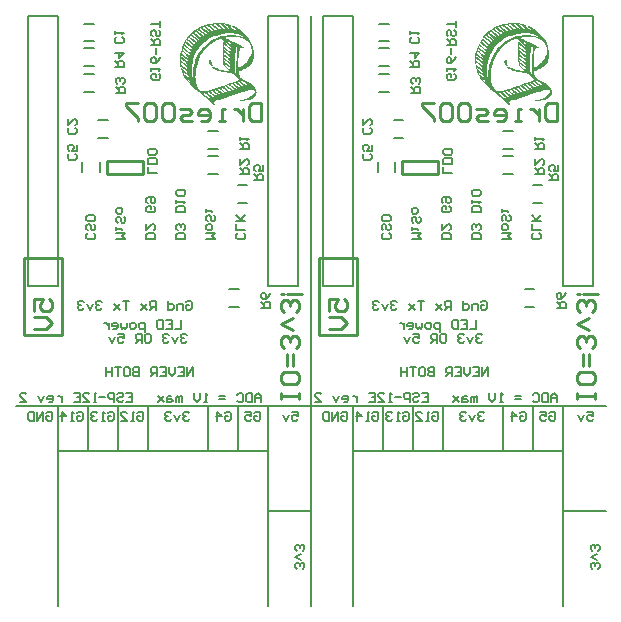
<source format=gbo>
G04 Layer_Color=32896*
%FSLAX25Y25*%
%MOIN*%
G70*
G01*
G75*
%ADD21C,0.01000*%
%ADD38C,0.00500*%
%ADD39C,0.00787*%
G36*
X68613Y194540D02*
X69391Y194466D01*
X70132Y194281D01*
X70872Y194096D01*
X71576Y193873D01*
X72205Y193614D01*
X72835Y193318D01*
X73390Y193059D01*
X74353Y192466D01*
X75094Y191985D01*
X75723Y191503D01*
X76390Y190911D01*
X76982Y190281D01*
X77908Y189022D01*
X78575Y187763D01*
X79019Y186616D01*
X79426Y184801D01*
X79500Y184097D01*
X79463Y183431D01*
X79389Y182838D01*
X79130Y181913D01*
X78908Y181320D01*
X78797Y181135D01*
X78278Y180580D01*
X78093Y180394D01*
X78019Y180357D01*
Y180320D01*
X77315Y179839D01*
X77056Y179691D01*
X77019Y179617D01*
X76982D01*
X76131Y179172D01*
X75871Y179024D01*
X75797Y178950D01*
X75760D01*
X74872Y178506D01*
X74575Y178358D01*
X74501Y178321D01*
X74464D01*
X74427Y178061D01*
Y177802D01*
X74501Y177506D01*
X74686Y177025D01*
X74797Y176803D01*
X74909Y176617D01*
X75205Y176247D01*
X75723Y175729D01*
X75982Y175543D01*
X76982Y175025D01*
X77427Y174766D01*
X78834Y174025D01*
X79315Y173618D01*
X79685Y173211D01*
X79945Y172766D01*
X80130Y172359D01*
X80278Y171729D01*
X80315Y171470D01*
X80241Y170952D01*
X80093Y170507D01*
X79834Y170100D01*
X79537Y169767D01*
X79167Y169471D01*
X78723Y169248D01*
X77797Y168878D01*
X76908Y168656D01*
X76094Y168545D01*
X75538Y168508D01*
X75316D01*
X74983Y168545D01*
X74723Y168656D01*
X74538Y168730D01*
X74501Y168767D01*
X74983Y168693D01*
X75464Y168730D01*
X75945Y168878D01*
X76427Y169063D01*
X76908Y169248D01*
X77612Y169619D01*
X77908Y169804D01*
X78500Y170211D01*
X78945Y170581D01*
X79500Y171211D01*
X79760Y171618D01*
X79796Y171729D01*
Y171766D01*
X79611Y172248D01*
X79130Y172359D01*
X78686Y172285D01*
X77871Y172063D01*
X76797Y171766D01*
X76242Y171581D01*
X75649Y171396D01*
X73501Y170730D01*
X72835Y170507D01*
X72650Y170470D01*
X72576Y170433D01*
X69021Y169285D01*
X67910Y168915D01*
X67132Y168656D01*
X66392Y168360D01*
X66281Y168286D01*
X66244D01*
X66207Y168101D01*
X66281Y167841D01*
X66429Y167471D01*
X66170Y167212D01*
X66095D01*
X65762Y167508D01*
X65022Y168101D01*
X64318Y168730D01*
X64059Y168915D01*
X64022Y168989D01*
X63985D01*
X63207Y169693D01*
X62429Y170359D01*
X61096Y171507D01*
X60171Y172285D01*
X59874Y172507D01*
X59837Y172581D01*
X59800D01*
X58949Y173359D01*
X58245Y174099D01*
X57134Y175395D01*
X56468Y176284D01*
X56283Y176543D01*
X56245Y176580D01*
Y176617D01*
X55727Y177543D01*
X55357Y178469D01*
X54912Y180135D01*
X54764Y181320D01*
X54727Y181691D01*
Y181764D01*
Y181802D01*
Y182320D01*
X54764Y182838D01*
X54875Y183801D01*
X55060Y184764D01*
X55320Y185616D01*
X55579Y186430D01*
X55912Y187208D01*
X56245Y187911D01*
X56579Y188541D01*
X57282Y189615D01*
X57875Y190392D01*
X58319Y190911D01*
X58430Y191022D01*
X58467Y191059D01*
X59171Y191689D01*
X59911Y192207D01*
X61504Y193096D01*
X63059Y193725D01*
X64503Y194132D01*
X66873Y194540D01*
X67799Y194577D01*
X68613Y194540D01*
D02*
G37*
%LPC*%
G36*
X55394Y179839D02*
X55357D01*
X55283Y179765D01*
Y179654D01*
X55431Y179395D01*
X55727Y179024D01*
X56171Y178580D01*
X56727Y178136D01*
X57097Y177950D01*
X57356Y177839D01*
X57282Y178173D01*
X57171Y178432D01*
X57060Y178580D01*
X56986Y178617D01*
X56171Y179246D01*
X55838Y179506D01*
X55727Y179580D01*
X55690Y179617D01*
X55505Y179728D01*
X55431Y179802D01*
X55394Y179839D01*
D02*
G37*
G36*
X69798Y180728D02*
X69761D01*
X69798Y180506D01*
X69836Y180431D01*
X70650Y179617D01*
X71206Y179209D01*
X71502Y179061D01*
X71613Y179024D01*
X71650Y179098D01*
Y179135D01*
Y179172D01*
X71576Y179469D01*
X71391Y179654D01*
X71206Y179728D01*
X71169Y179765D01*
X71131D01*
X70946Y179987D01*
X70872Y180024D01*
Y180061D01*
X70650Y180135D01*
X70465Y180283D01*
X70317Y180394D01*
X70280Y180431D01*
X70058Y180617D01*
X69910Y180691D01*
X69798Y180728D01*
D02*
G37*
G36*
X73798Y186726D02*
X73761D01*
X73650Y186578D01*
X73539Y186319D01*
X73353Y185505D01*
X73131Y183246D01*
X73057Y180098D01*
Y178691D01*
X73131Y178247D01*
X73242Y177988D01*
X73353Y177728D01*
X73464Y177580D01*
X73576Y177506D01*
Y178099D01*
Y178358D01*
Y178432D01*
Y178469D01*
Y179172D01*
Y179358D01*
Y179432D01*
Y180357D01*
Y180691D01*
Y180802D01*
Y180839D01*
X73612Y181542D01*
X73650Y182172D01*
X73687Y182653D01*
X73724Y182801D01*
Y182838D01*
X73909Y185394D01*
X73946Y186023D01*
Y186171D01*
Y186208D01*
X73909Y186504D01*
X73835Y186653D01*
X73798Y186726D01*
D02*
G37*
G36*
X57430Y175692D02*
X57393D01*
X57430Y175432D01*
X57542Y175247D01*
X57801Y175062D01*
X58097Y174951D01*
X58245D01*
X58097Y175136D01*
X57986Y175247D01*
X57949Y175321D01*
X57727Y175543D01*
X57542Y175655D01*
X57430Y175692D01*
D02*
G37*
G36*
X56134Y177988D02*
X56060D01*
X55986Y177950D01*
Y177876D01*
X56060Y177654D01*
X56208Y177395D01*
X56431Y177136D01*
X56653Y177062D01*
X56764Y176988D01*
X57134Y176728D01*
X57467Y176506D01*
X57653Y176395D01*
X57727Y176469D01*
Y176506D01*
X57690Y176691D01*
X57653Y176766D01*
X56875Y177469D01*
X56394Y177839D01*
X56134Y177988D01*
D02*
G37*
G36*
X55283Y181209D02*
X55246D01*
X55172Y181172D01*
X55098Y181135D01*
Y181061D01*
X55209Y180802D01*
X55394Y180543D01*
X55727Y180209D01*
X56097Y179876D01*
X56394Y179691D01*
X56616Y179617D01*
X56690Y179543D01*
X56801Y179358D01*
X56986Y179283D01*
X57134D01*
X57208Y179395D01*
Y179469D01*
X57060Y179691D01*
X56764Y180024D01*
X56505Y180320D01*
X56394Y180394D01*
X56357Y180431D01*
X55431Y181098D01*
X55283Y181209D01*
D02*
G37*
G36*
X55394Y183653D02*
X55357D01*
X55283Y183616D01*
X55209Y183542D01*
Y183431D01*
X55320Y183172D01*
X57208Y181653D01*
X57282D01*
X57393Y181691D01*
X57430Y181764D01*
X57467Y181839D01*
Y181876D01*
X57319Y182098D01*
X56949Y182431D01*
X56616Y182727D01*
X56505Y182801D01*
X56468Y182838D01*
X55542Y183542D01*
X55394Y183653D01*
D02*
G37*
G36*
X55468Y184764D02*
X55394D01*
Y184505D01*
X55468Y184357D01*
X56468Y183468D01*
X56875Y183135D01*
X57060Y183098D01*
X57134Y183024D01*
X57319Y182838D01*
X57393Y182727D01*
X57504D01*
X57578Y182764D01*
X57616Y182838D01*
X57653Y182913D01*
Y182949D01*
X57504Y183209D01*
X57171Y183579D01*
X56838Y183875D01*
X56727Y183949D01*
X56690Y183986D01*
X55690Y184653D01*
X55468Y184764D01*
D02*
G37*
G36*
X69761Y183283D02*
X69724D01*
X69613Y183246D01*
X69576Y183172D01*
X69539Y183061D01*
X69650Y182875D01*
X69910Y182616D01*
X70317Y182246D01*
X70835Y181839D01*
X71317Y181468D01*
X71613D01*
X71576Y181653D01*
X71539Y181839D01*
X71502Y181913D01*
X71465Y181950D01*
X70946Y182431D01*
X70687Y182653D01*
X70613Y182690D01*
X70576Y182727D01*
X69872Y183209D01*
X69761Y183283D01*
D02*
G37*
G36*
X69576Y182061D02*
X69539D01*
X69576Y181876D01*
X69650Y181691D01*
X69761Y181505D01*
X70206Y181098D01*
X70650Y180765D01*
X71354Y180246D01*
X71502Y180172D01*
X71613Y180209D01*
Y180468D01*
X71169Y180987D01*
X70761Y181394D01*
X70095Y181876D01*
X69687Y182024D01*
X69576Y182061D01*
D02*
G37*
G36*
X55209Y182468D02*
X55135D01*
Y182209D01*
X55172Y182061D01*
X55209Y182024D01*
X56171Y181172D01*
X56764Y180728D01*
X57134Y180543D01*
X57245Y180617D01*
X57282Y180654D01*
X57245Y180802D01*
X57171Y180950D01*
X56949Y181209D01*
X56764Y181357D01*
X56690Y181394D01*
X56653D01*
X56245Y181728D01*
X56023Y181950D01*
X55949Y182024D01*
X55912Y182061D01*
X55616Y182283D01*
X55357Y182431D01*
X55209Y182468D01*
D02*
G37*
G36*
X75168Y175358D02*
X75020D01*
X75094Y175099D01*
X75168Y174988D01*
X76056Y174247D01*
X76649Y173840D01*
X76945Y173729D01*
X77019Y173692D01*
X77167Y173729D01*
X77279Y173766D01*
X77315Y173803D01*
Y173840D01*
X77093Y174136D01*
X76797Y174396D01*
X76168Y174840D01*
X75649Y175173D01*
X75501Y175247D01*
X75427Y175284D01*
X75168Y175358D01*
D02*
G37*
G36*
X66614Y172285D02*
X66577D01*
X66429Y172248D01*
Y172211D01*
X66540Y171915D01*
X66799Y171618D01*
X67169Y171285D01*
X67651Y170952D01*
X67984Y170804D01*
X68243Y170730D01*
Y170878D01*
X67984Y171137D01*
X67910Y171211D01*
X67873Y171248D01*
X67466Y171581D01*
X67317Y171692D01*
X67280Y171729D01*
X66947Y172063D01*
X66725Y172211D01*
X66614Y172285D01*
D02*
G37*
G36*
X67688Y172618D02*
X67651D01*
X67428Y172581D01*
X67392Y172507D01*
X67428Y172433D01*
X67503Y172285D01*
X67799Y172026D01*
X68206Y171655D01*
X69021Y171100D01*
X69243Y171026D01*
X69428D01*
X69502Y171100D01*
Y171137D01*
Y171174D01*
X69465Y171248D01*
X69391Y171396D01*
X69095Y171655D01*
X68799Y171878D01*
X68725Y171952D01*
X68687Y171989D01*
X67873Y172544D01*
X67688Y172618D01*
D02*
G37*
G36*
X65429Y171915D02*
X65392D01*
X65244Y171841D01*
X65207Y171766D01*
X65318Y171544D01*
X65540Y171248D01*
X65910Y170915D01*
X66688Y170433D01*
X66873Y170359D01*
X67058Y170396D01*
X67169Y170470D01*
X67206Y170544D01*
Y170581D01*
X67021Y170693D01*
X66984Y170767D01*
X66947D01*
X66688Y170952D01*
X66614Y171026D01*
X66577Y171063D01*
X65984Y171544D01*
X65651Y171803D01*
X65429Y171915D01*
D02*
G37*
G36*
X63059Y171248D02*
X63022D01*
X62911Y171211D01*
X62874Y171174D01*
X62837Y171063D01*
X62948Y170841D01*
X63207Y170544D01*
X63577Y170137D01*
X64318Y169545D01*
X64503Y169471D01*
X64725Y169508D01*
X64873Y169582D01*
X64911Y169656D01*
Y169693D01*
X64799Y169915D01*
X64503Y170211D01*
X64207Y170433D01*
X64133Y170507D01*
X64096Y170544D01*
X63577Y170952D01*
X63244Y171174D01*
X63059Y171248D01*
D02*
G37*
G36*
X64207Y171507D02*
X64170D01*
X64096Y171470D01*
X64059Y171396D01*
Y171285D01*
X64911Y170470D01*
X65466Y170063D01*
X65799Y169878D01*
X65947Y169915D01*
X66021Y169989D01*
X66058Y170063D01*
Y170100D01*
X65170Y170915D01*
X64577Y171322D01*
X64281Y171470D01*
X64207Y171507D01*
D02*
G37*
G36*
X68762Y172988D02*
X68725D01*
X68576Y172914D01*
X68539Y172840D01*
X68651Y172692D01*
X68910Y172433D01*
X69280Y172100D01*
X69947Y171544D01*
X70095Y171470D01*
X70465D01*
X70539Y171581D01*
Y171618D01*
Y171655D01*
X70280Y171952D01*
X69984Y172248D01*
X69761Y172433D01*
X69687Y172507D01*
X69650D01*
X68947Y172914D01*
X68762Y172988D01*
D02*
G37*
G36*
X73205Y174544D02*
X73168D01*
X72983Y174507D01*
X72946Y174470D01*
X73020Y174285D01*
X73242Y174062D01*
X73539Y173803D01*
X73946Y173507D01*
X74316Y173174D01*
X74649Y173026D01*
X74835Y172988D01*
X75020Y173063D01*
X75057Y173100D01*
X75020Y173174D01*
X74946Y173322D01*
X74649Y173581D01*
X74353Y173803D01*
X74279Y173877D01*
X74242Y173914D01*
X73724Y174285D01*
X73390Y174470D01*
X73205Y174544D01*
D02*
G37*
G36*
X74390Y174914D02*
X74242D01*
X74094Y174877D01*
X74057Y174840D01*
X74020Y174766D01*
X74353Y174433D01*
X75057Y173803D01*
X75538Y173507D01*
X75908Y173359D01*
X76020Y173396D01*
Y173433D01*
X75908Y173655D01*
X75686Y173877D01*
X75464Y174062D01*
X75390Y174136D01*
X75353D01*
X74686Y174692D01*
X74612Y174766D01*
Y174803D01*
X74501Y174877D01*
X74390Y174914D01*
D02*
G37*
G36*
X72094Y174210D02*
X71909D01*
X71835Y174173D01*
Y174099D01*
X71872Y173988D01*
X71946Y173840D01*
X72242Y173544D01*
X72650Y173211D01*
X73131Y172840D01*
X73427Y172655D01*
X73650Y172581D01*
X73798Y172618D01*
X73872Y172655D01*
X73909Y172692D01*
Y172729D01*
X73798Y172914D01*
X73501Y173211D01*
X73242Y173433D01*
X73168Y173507D01*
X73131Y173544D01*
X72279Y174136D01*
X72094Y174210D01*
D02*
G37*
G36*
X69872Y173433D02*
X69836D01*
X69724Y173396D01*
X69687Y173322D01*
X69650Y173174D01*
X70539Y172322D01*
X71057Y171878D01*
X71391Y171692D01*
X71539Y171729D01*
X71613Y171878D01*
X71650Y171989D01*
Y172026D01*
X71317Y172359D01*
X71131Y172507D01*
X71057Y172581D01*
X70724Y172840D01*
X70539Y173026D01*
X70465Y173100D01*
X70021Y173396D01*
X69872Y173433D01*
D02*
G37*
G36*
X70946Y173840D02*
X70909D01*
X70724Y173803D01*
X70650Y173766D01*
X70613Y173692D01*
X71576Y172803D01*
X72168Y172322D01*
X72465Y172174D01*
X72539Y172137D01*
X72687Y172174D01*
X72761Y172248D01*
X72798Y172285D01*
Y172322D01*
X72761Y172396D01*
X72687Y172544D01*
X72391Y172803D01*
X72094Y173026D01*
X72020Y173100D01*
X71983Y173136D01*
X71465Y173544D01*
X71131Y173766D01*
X70946Y173840D01*
D02*
G37*
G36*
X60689Y192170D02*
X60652D01*
X60504Y192133D01*
Y192059D01*
X60652Y191837D01*
X60985Y191503D01*
X61467Y191059D01*
X62392Y190356D01*
X62615Y190244D01*
X62726Y190281D01*
X62800Y190356D01*
X62837Y190429D01*
Y190467D01*
X62689Y190689D01*
X62355Y190985D01*
X62022Y191281D01*
X61911Y191355D01*
X61874Y191392D01*
X61282Y191837D01*
X60911Y192059D01*
X60689Y192170D01*
D02*
G37*
G36*
X61726Y192725D02*
X61652D01*
X61541Y192688D01*
X61504Y192614D01*
X61467Y192503D01*
X61504Y192355D01*
X62541Y191541D01*
X63429Y190911D01*
X63577Y190837D01*
X63837Y190911D01*
X63874Y190948D01*
Y190985D01*
X63837Y191133D01*
X63726Y191207D01*
X63614Y191281D01*
X63577Y191318D01*
X63466Y191392D01*
X63392Y191429D01*
X63244Y191541D01*
X63170Y191577D01*
X62467Y192281D01*
X62133Y192540D01*
X61874Y192688D01*
X61726Y192725D01*
D02*
G37*
G36*
X62763Y193207D02*
X62726D01*
X62541Y193170D01*
X62467Y193096D01*
X62429Y192985D01*
X62578Y192799D01*
X62911Y192503D01*
X63392Y192096D01*
X64355Y191466D01*
X64577Y191392D01*
X64725Y191429D01*
X64762Y191466D01*
X64503Y191763D01*
X64170Y192096D01*
X63837Y192355D01*
X63762Y192429D01*
X63726Y192466D01*
X62911Y193133D01*
X62763Y193207D01*
D02*
G37*
G36*
X59097Y190948D02*
X58949Y190911D01*
X58912Y190874D01*
X58875Y190763D01*
X58912Y190689D01*
X59023Y190541D01*
X59319Y190244D01*
X59800Y189874D01*
X60356Y189393D01*
X60911Y188948D01*
X61059Y188985D01*
X61133Y189134D01*
X61171Y189245D01*
Y189282D01*
X60134Y190244D01*
X59504Y190726D01*
X59171Y190911D01*
X59097Y190948D01*
D02*
G37*
G36*
X59837Y191577D02*
X59800D01*
X59689Y191541D01*
X59652Y191466D01*
X59837Y191170D01*
X60171Y190837D01*
X60652Y190429D01*
X61207Y189985D01*
X61578Y189800D01*
X61837Y189689D01*
X61911Y189726D01*
X61948Y189763D01*
Y189800D01*
Y189837D01*
X61800Y190059D01*
X61467Y190392D01*
X61133Y190689D01*
X61022Y190763D01*
X60985Y190800D01*
X59986Y191466D01*
X59837Y191577D01*
D02*
G37*
G36*
X71761Y191059D02*
X71576D01*
X70539Y191022D01*
X70058Y190985D01*
X69576Y190911D01*
X69095Y190837D01*
X68651Y190763D01*
X67799Y190541D01*
X66984Y190281D01*
X66207Y189985D01*
X65503Y189689D01*
X64873Y189356D01*
X63800Y188726D01*
X63022Y188171D01*
X62503Y187800D01*
X62392Y187689D01*
X62355Y187652D01*
X61689Y186986D01*
X61133Y186282D01*
X60245Y184801D01*
X59874Y184060D01*
X59578Y183320D01*
X59134Y181913D01*
X58727Y179617D01*
X58689Y178691D01*
Y178099D01*
X58727Y177543D01*
X58763Y177099D01*
X58838Y176691D01*
X58986Y175988D01*
X59097Y175840D01*
X59134Y175877D01*
Y177358D01*
Y177876D01*
X59171Y178358D01*
X59208Y178839D01*
X59282Y179283D01*
X59467Y180209D01*
X59689Y181061D01*
X59948Y181876D01*
X60245Y182653D01*
X60578Y183357D01*
X60911Y183986D01*
X61578Y185097D01*
X62133Y185912D01*
X62541Y186393D01*
X62652Y186541D01*
X62689Y186578D01*
X63022Y186949D01*
X63355Y187282D01*
X64096Y187874D01*
X64799Y188393D01*
X65577Y188837D01*
X67058Y189541D01*
X68465Y190022D01*
X69724Y190281D01*
X70724Y190429D01*
X71613Y190504D01*
X72316Y190467D01*
X73020Y190356D01*
X73761Y190207D01*
X74464Y190096D01*
X74797Y190022D01*
X75871Y189800D01*
X75686Y190022D01*
X75390Y190207D01*
X74761Y190504D01*
X74168Y190689D01*
X73983Y190763D01*
X73909D01*
X72242Y191022D01*
X71761Y191059D01*
D02*
G37*
G36*
X66281Y194132D02*
X66244D01*
X66132Y194096D01*
X66095Y194059D01*
X66058Y193947D01*
X66540Y193540D01*
X67058Y193096D01*
X67651Y192540D01*
X68058Y192392D01*
X68243Y192355D01*
X68465Y192429D01*
X68502Y192466D01*
X68354Y192688D01*
X67984Y192985D01*
X67651Y193281D01*
X67540Y193355D01*
X67503Y193392D01*
X66466Y194059D01*
X66281Y194132D01*
D02*
G37*
G36*
X69613Y194096D02*
X69539D01*
X69465Y194059D01*
Y193984D01*
X69650Y193725D01*
X69984Y193392D01*
X70428Y192911D01*
X70761Y192651D01*
X71095Y192540D01*
X71428Y192466D01*
X71539Y192540D01*
X71280Y192874D01*
X70946Y193207D01*
X70687Y193429D01*
X70613Y193503D01*
X70576Y193540D01*
X70132Y193873D01*
X69798Y194021D01*
X69613Y194096D01*
D02*
G37*
G36*
X67836Y194207D02*
X67799D01*
X67725Y194170D01*
X67651Y194132D01*
Y194059D01*
X67910Y193762D01*
X68428Y193318D01*
X69206Y192688D01*
X69576Y192540D01*
X69724Y192503D01*
X69836Y192577D01*
X69872Y192614D01*
Y192651D01*
X69836Y192762D01*
X69724Y192874D01*
X69428Y193133D01*
X69132Y193392D01*
X69021Y193466D01*
X68984Y193503D01*
X68021Y194132D01*
X67836Y194207D01*
D02*
G37*
G36*
X63874Y193651D02*
X63688Y193577D01*
X63577Y193503D01*
X63540Y193429D01*
X63688Y193207D01*
X64022Y192874D01*
X64540Y192429D01*
X65466Y191800D01*
X65688Y191689D01*
X65799Y191763D01*
Y191800D01*
X65762Y191948D01*
X65688Y192133D01*
X65392Y192466D01*
X65096Y192688D01*
X65022Y192762D01*
X64985Y192799D01*
X64614Y193133D01*
X64466Y193207D01*
X64429Y193244D01*
X64022Y193540D01*
X63911Y193614D01*
X63874Y193651D01*
D02*
G37*
G36*
X65022Y193910D02*
X64911D01*
X64762Y193873D01*
X64725Y193836D01*
X64688Y193762D01*
X65392Y193059D01*
X65947Y192688D01*
X66429Y192281D01*
X66799Y192059D01*
X67132Y191985D01*
Y192170D01*
X67095Y192281D01*
Y192355D01*
X66540Y192911D01*
X65947Y193392D01*
X65429Y193725D01*
X65281Y193799D01*
X65244Y193836D01*
X65022Y193910D01*
D02*
G37*
G36*
X71761Y193503D02*
X71724D01*
X71798Y193355D01*
X71909Y193170D01*
X72131Y192911D01*
X72576Y192540D01*
X72687Y192466D01*
X73279Y192170D01*
X73390Y192207D01*
X73427Y192244D01*
X73353Y192392D01*
X73316Y192466D01*
X73279Y192503D01*
X72983Y192799D01*
X72872Y192911D01*
X72835Y192948D01*
X72465Y193207D01*
X72316Y193281D01*
X72279Y193318D01*
X71872Y193466D01*
X71761Y193503D01*
D02*
G37*
G36*
X56171Y186801D02*
X56134D01*
X56060Y186764D01*
X56023Y186726D01*
Y186616D01*
X56171Y186393D01*
X56505Y186060D01*
X57023Y185616D01*
X57578Y185134D01*
X57949Y184912D01*
X58208Y184801D01*
X58356Y184838D01*
Y185171D01*
X57727Y185690D01*
X57393Y185986D01*
X57282Y186060D01*
X57245Y186097D01*
X56690Y186504D01*
X56357Y186726D01*
X56171Y186801D01*
D02*
G37*
G36*
X69576Y187134D02*
X69539D01*
X69391Y187097D01*
Y187023D01*
X69539Y186764D01*
X69872Y186393D01*
X70354Y185912D01*
X70909Y185431D01*
X71280Y185208D01*
X71539Y185097D01*
X71650Y185134D01*
X71687Y185282D01*
X71724Y185394D01*
Y185431D01*
X70650Y186430D01*
X69984Y186912D01*
X69650Y187097D01*
X69576Y187134D01*
D02*
G37*
G36*
X56690Y187800D02*
X56616D01*
X56468Y187763D01*
X56431Y187726D01*
X56394Y187615D01*
Y187541D01*
X56431Y187467D01*
X57504Y186430D01*
X58171Y185912D01*
X58504Y185727D01*
X58578Y185690D01*
X58689Y185727D01*
X58763Y185838D01*
X58801Y185912D01*
Y185949D01*
X58727Y186097D01*
X58504Y186356D01*
X57801Y186949D01*
X57097Y187504D01*
X56875Y187652D01*
X56838Y187726D01*
X56801D01*
X56690Y187800D01*
D02*
G37*
G36*
X69798Y184542D02*
X69539D01*
X69576Y184357D01*
X69613Y184209D01*
X69798Y183949D01*
X69984Y183801D01*
X70058Y183727D01*
X70502Y183357D01*
X71131Y182875D01*
X71317Y182764D01*
X71428Y182727D01*
X71502Y182764D01*
X71539Y182875D01*
X71576Y182949D01*
Y182986D01*
X71428Y183172D01*
X71131Y183468D01*
X70872Y183727D01*
X70761Y183801D01*
X70724Y183838D01*
X69947Y184468D01*
X69798Y184542D01*
D02*
G37*
G36*
X55912Y185838D02*
X55875D01*
X55801Y185764D01*
X55727Y185653D01*
Y185431D01*
X55764Y185356D01*
X55838Y185245D01*
X55986Y185171D01*
X56245Y184986D01*
X56357Y184949D01*
X57060Y184246D01*
X57430Y183986D01*
X57653Y183838D01*
X57838Y183764D01*
X57912Y183838D01*
X57949Y183949D01*
X57986Y184060D01*
Y184134D01*
X57690Y184431D01*
X57653Y184505D01*
X57171Y184838D01*
X56949Y185023D01*
X56875Y185097D01*
X56838D01*
X56542Y185431D01*
X56431Y185542D01*
X56394Y185579D01*
X56023Y185801D01*
X55912Y185838D01*
D02*
G37*
G36*
X69613Y185912D02*
X69576D01*
X69465Y185875D01*
Y185801D01*
X69502Y185579D01*
X70502Y184653D01*
X71095Y184171D01*
X71428Y183986D01*
X71502Y183949D01*
X71576Y183986D01*
X71613Y184060D01*
X71650Y184097D01*
Y184134D01*
X71613Y184283D01*
Y184320D01*
Y184357D01*
X71095Y184838D01*
X70761Y185097D01*
X70650Y185171D01*
X70613Y185208D01*
X69724Y185838D01*
X69613Y185912D01*
D02*
G37*
G36*
X70724Y188319D02*
X70687D01*
Y188282D01*
X70724Y188171D01*
X70798Y188097D01*
X70909Y188023D01*
X71206Y187800D01*
X71502Y187578D01*
X71761Y187319D01*
X71798D01*
X71872Y187356D01*
X71909Y187393D01*
Y187430D01*
Y187467D01*
X71835Y187652D01*
X71724Y187800D01*
X71280Y188060D01*
X70872Y188245D01*
X70724Y188319D01*
D02*
G37*
G36*
X57727Y189504D02*
X57690D01*
X57504Y189467D01*
X57430Y189430D01*
X57393Y189319D01*
X57542Y189096D01*
X57912Y188800D01*
X58430Y188356D01*
X59356Y187615D01*
X59578Y187504D01*
X59726Y187541D01*
X59800Y187615D01*
X59837Y187689D01*
Y187726D01*
X59800Y187874D01*
X59689Y188023D01*
X59615Y188097D01*
X59578Y188134D01*
X58689Y188800D01*
X58319Y189096D01*
X58208Y189171D01*
X58171Y189208D01*
X57986Y189393D01*
X57838Y189467D01*
X57727Y189504D01*
D02*
G37*
G36*
X58356Y190281D02*
X58282D01*
X58134Y190207D01*
X58097Y190133D01*
X58134Y190022D01*
X58245Y189874D01*
X58615Y189541D01*
X59134Y189096D01*
X60097Y188393D01*
X60319Y188282D01*
X60430Y188356D01*
X60467Y188393D01*
Y188430D01*
X60430Y188578D01*
X60319Y188726D01*
X59986Y189059D01*
X59652Y189356D01*
X59541Y189430D01*
X59504Y189467D01*
X58541Y190170D01*
X58356Y190281D01*
D02*
G37*
G36*
X73612Y189800D02*
X71280D01*
X70687Y189763D01*
X70280Y189652D01*
X70095Y189504D01*
X70021Y189467D01*
X70280Y189245D01*
X70687Y188985D01*
X71798Y188430D01*
X73316Y187800D01*
X74205Y187393D01*
X74909Y187097D01*
X75723Y186616D01*
X75908Y186467D01*
X76020Y186356D01*
X76056Y186282D01*
X76020Y186208D01*
X75908Y186171D01*
X75797D01*
X75538Y186208D01*
X75427Y186245D01*
X75390D01*
X75057Y186282D01*
X74946D01*
X74686Y185616D01*
X74501Y184690D01*
X74316Y183505D01*
X74242Y181913D01*
Y180580D01*
X74279Y180209D01*
X74353Y179950D01*
X74501Y179765D01*
X74909Y179839D01*
X75316Y180061D01*
X75760Y180357D01*
X76168Y180691D01*
X76501Y181024D01*
X76797Y181283D01*
X76982Y181505D01*
X77019Y181579D01*
X77056D01*
X77945Y182764D01*
X78389Y183653D01*
X78612Y184209D01*
X78649Y184357D01*
Y184394D01*
Y184838D01*
Y184986D01*
Y185060D01*
Y185579D01*
Y185764D01*
Y185838D01*
X78612Y186171D01*
X78575Y186504D01*
X78464Y186801D01*
X78352Y187060D01*
X78056Y187578D01*
X77723Y187986D01*
X77390Y188356D01*
X77130Y188578D01*
X76908Y188763D01*
X76834Y188800D01*
X76205Y189134D01*
X75575Y189393D01*
X74427Y189689D01*
X73612Y189800D01*
D02*
G37*
G36*
X68762Y189134D02*
X68354D01*
X67984Y189059D01*
X67428Y188837D01*
X66873Y188652D01*
X66725Y188578D01*
X66651Y188541D01*
X66058Y188245D01*
X65503Y187949D01*
X64985Y187578D01*
X64503Y187171D01*
X64059Y186764D01*
X63652Y186319D01*
X62911Y185505D01*
X62355Y184727D01*
X61948Y184060D01*
X61615Y183468D01*
X61059Y182246D01*
X60652Y180987D01*
X60171Y178691D01*
X59986Y177025D01*
X59948Y176358D01*
X59986Y175840D01*
X60060Y175321D01*
X60171Y174840D01*
X60282Y174433D01*
X60504Y173766D01*
X60615Y173507D01*
X60948Y172914D01*
X61282Y172470D01*
X61911Y171915D01*
X62429Y171729D01*
X62615Y171692D01*
X63059Y171729D01*
X63652Y171841D01*
X65059Y172211D01*
X65688Y172396D01*
X66244Y172581D01*
X66762Y172729D01*
X68651Y173359D01*
X69354Y173618D01*
X69910Y173803D01*
X70872Y174210D01*
X71206Y174321D01*
X71909Y174581D01*
X72872Y174914D01*
X73798Y175284D01*
X74279Y175506D01*
X74427Y175618D01*
X74464Y175655D01*
Y175692D01*
X73798Y176358D01*
X72983Y176988D01*
X72316Y177506D01*
X72094Y177691D01*
X72020Y177728D01*
X70650Y177950D01*
X70206Y177988D01*
X70058Y178024D01*
X70021D01*
X69280Y178173D01*
X68651Y178284D01*
X68206Y178358D01*
X68095Y178395D01*
X68058D01*
X67428Y178580D01*
X66910Y178765D01*
X66429Y178987D01*
X66021Y179246D01*
X65688Y179506D01*
X65392Y179802D01*
X64985Y180320D01*
X64725Y180839D01*
X64577Y181246D01*
X64540Y181542D01*
Y181616D01*
Y181653D01*
Y181728D01*
X64577Y181764D01*
Y181802D01*
X64614Y182098D01*
X64651Y182246D01*
Y182283D01*
X65096Y182616D01*
X65170D01*
X65244Y182579D01*
X65281Y182505D01*
Y182061D01*
X65244Y181764D01*
Y181728D01*
X65318Y181172D01*
X65540Y180691D01*
X65836Y180283D01*
X66170Y179913D01*
X66799Y179469D01*
X67095Y179321D01*
X68243Y178876D01*
X69280Y178691D01*
X70280Y178580D01*
X70872D01*
X71020Y178728D01*
Y178765D01*
X70835Y179024D01*
X70539Y179321D01*
X70317Y179543D01*
X70243Y179580D01*
X70206Y179617D01*
X69724Y179987D01*
X69428Y180320D01*
X69280Y180506D01*
X69243Y180580D01*
X69169Y182320D01*
Y183468D01*
Y183838D01*
Y183949D01*
Y183986D01*
Y185838D01*
Y186319D01*
Y186430D01*
Y186467D01*
Y187356D01*
Y187541D01*
Y187578D01*
X69206Y188097D01*
X69243Y188356D01*
X69317Y188393D01*
X69354D01*
X70021Y187689D01*
X70539Y187171D01*
X71280Y186541D01*
X71613Y186319D01*
X71724Y186282D01*
X71835Y186430D01*
X70280Y187874D01*
X69243Y188726D01*
X68873Y189022D01*
X68799Y189096D01*
X68762Y189134D01*
D02*
G37*
G36*
X57060Y188726D02*
X56949Y188689D01*
X56912Y188578D01*
X56875Y188393D01*
X57282Y187986D01*
X57653Y187652D01*
X57838Y187467D01*
X58023Y187393D01*
X58097Y187319D01*
X58430Y187023D01*
X58763Y186764D01*
X58949Y186653D01*
X59060D01*
X59134Y186689D01*
X59171Y186838D01*
X59208Y186949D01*
Y186986D01*
X58134Y187986D01*
X57467Y188504D01*
X57134Y188689D01*
X57060Y188726D01*
D02*
G37*
%LPD*%
G36*
X167039Y194540D02*
X167816Y194466D01*
X168557Y194281D01*
X169298Y194096D01*
X170001Y193873D01*
X170631Y193614D01*
X171260Y193318D01*
X171816Y193059D01*
X172778Y192466D01*
X173519Y191985D01*
X174148Y191503D01*
X174815Y190911D01*
X175408Y190281D01*
X176333Y189022D01*
X177000Y187763D01*
X177444Y186616D01*
X177851Y184801D01*
X177926Y184097D01*
X177889Y183431D01*
X177814Y182838D01*
X177555Y181913D01*
X177333Y181320D01*
X177222Y181135D01*
X176704Y180580D01*
X176518Y180394D01*
X176444Y180357D01*
Y180320D01*
X175741Y179839D01*
X175481Y179691D01*
X175444Y179617D01*
X175408D01*
X174556Y179172D01*
X174297Y179024D01*
X174223Y178950D01*
X174186D01*
X173297Y178506D01*
X173001Y178358D01*
X172926Y178321D01*
X172889D01*
X172852Y178061D01*
Y177802D01*
X172926Y177506D01*
X173112Y177025D01*
X173223Y176803D01*
X173334Y176617D01*
X173630Y176247D01*
X174148Y175729D01*
X174408Y175543D01*
X175408Y175025D01*
X175852Y174766D01*
X177259Y174025D01*
X177740Y173618D01*
X178111Y173211D01*
X178370Y172766D01*
X178555Y172359D01*
X178703Y171729D01*
X178740Y171470D01*
X178666Y170952D01*
X178518Y170507D01*
X178259Y170100D01*
X177963Y169767D01*
X177592Y169471D01*
X177148Y169248D01*
X176222Y168878D01*
X175333Y168656D01*
X174519Y168545D01*
X173963Y168508D01*
X173741D01*
X173408Y168545D01*
X173149Y168656D01*
X172964Y168730D01*
X172926Y168767D01*
X173408Y168693D01*
X173889Y168730D01*
X174371Y168878D01*
X174852Y169063D01*
X175333Y169248D01*
X176037Y169619D01*
X176333Y169804D01*
X176926Y170211D01*
X177370Y170581D01*
X177926Y171211D01*
X178185Y171618D01*
X178222Y171729D01*
Y171766D01*
X178037Y172248D01*
X177555Y172359D01*
X177111Y172285D01*
X176296Y172063D01*
X175222Y171766D01*
X174667Y171581D01*
X174074Y171396D01*
X171927Y170730D01*
X171260Y170507D01*
X171075Y170470D01*
X171001Y170433D01*
X167446Y169285D01*
X166335Y168915D01*
X165558Y168656D01*
X164817Y168360D01*
X164706Y168286D01*
X164669D01*
X164632Y168101D01*
X164706Y167841D01*
X164854Y167471D01*
X164595Y167212D01*
X164521D01*
X164187Y167508D01*
X163447Y168101D01*
X162743Y168730D01*
X162484Y168915D01*
X162447Y168989D01*
X162410D01*
X161632Y169693D01*
X160855Y170359D01*
X159522Y171507D01*
X158596Y172285D01*
X158300Y172507D01*
X158263Y172581D01*
X158226D01*
X157374Y173359D01*
X156670Y174099D01*
X155559Y175395D01*
X154893Y176284D01*
X154708Y176543D01*
X154671Y176580D01*
Y176617D01*
X154152Y177543D01*
X153782Y178469D01*
X153338Y180135D01*
X153190Y181320D01*
X153152Y181691D01*
Y181764D01*
Y181802D01*
Y182320D01*
X153190Y182838D01*
X153300Y183801D01*
X153486Y184764D01*
X153745Y185616D01*
X154004Y186430D01*
X154337Y187208D01*
X154671Y187911D01*
X155004Y188541D01*
X155708Y189615D01*
X156300Y190392D01*
X156744Y190911D01*
X156855Y191022D01*
X156893Y191059D01*
X157596Y191689D01*
X158337Y192207D01*
X159929Y193096D01*
X161484Y193725D01*
X162928Y194132D01*
X165298Y194540D01*
X166224Y194577D01*
X167039Y194540D01*
D02*
G37*
%LPC*%
G36*
X153819Y179839D02*
X153782D01*
X153708Y179765D01*
Y179654D01*
X153856Y179395D01*
X154152Y179024D01*
X154597Y178580D01*
X155152Y178136D01*
X155522Y177950D01*
X155782Y177839D01*
X155708Y178173D01*
X155596Y178432D01*
X155485Y178580D01*
X155411Y178617D01*
X154597Y179246D01*
X154263Y179506D01*
X154152Y179580D01*
X154115Y179617D01*
X153930Y179728D01*
X153856Y179802D01*
X153819Y179839D01*
D02*
G37*
G36*
X168224Y180728D02*
X168187D01*
X168224Y180506D01*
X168261Y180431D01*
X169075Y179617D01*
X169631Y179209D01*
X169927Y179061D01*
X170038Y179024D01*
X170075Y179098D01*
Y179135D01*
Y179172D01*
X170001Y179469D01*
X169816Y179654D01*
X169631Y179728D01*
X169594Y179765D01*
X169557D01*
X169372Y179987D01*
X169298Y180024D01*
Y180061D01*
X169075Y180135D01*
X168890Y180283D01*
X168742Y180394D01*
X168705Y180431D01*
X168483Y180617D01*
X168335Y180691D01*
X168224Y180728D01*
D02*
G37*
G36*
X172223Y186726D02*
X172186D01*
X172075Y186578D01*
X171964Y186319D01*
X171779Y185505D01*
X171556Y183246D01*
X171482Y180098D01*
Y178691D01*
X171556Y178247D01*
X171667Y177988D01*
X171779Y177728D01*
X171890Y177580D01*
X172001Y177506D01*
Y178099D01*
Y178358D01*
Y178432D01*
Y178469D01*
Y179172D01*
Y179358D01*
Y179432D01*
Y180357D01*
Y180691D01*
Y180802D01*
Y180839D01*
X172038Y181542D01*
X172075Y182172D01*
X172112Y182653D01*
X172149Y182801D01*
Y182838D01*
X172334Y185394D01*
X172371Y186023D01*
Y186171D01*
Y186208D01*
X172334Y186504D01*
X172260Y186653D01*
X172223Y186726D01*
D02*
G37*
G36*
X155856Y175692D02*
X155819D01*
X155856Y175432D01*
X155967Y175247D01*
X156226Y175062D01*
X156522Y174951D01*
X156670D01*
X156522Y175136D01*
X156411Y175247D01*
X156374Y175321D01*
X156152Y175543D01*
X155967Y175655D01*
X155856Y175692D01*
D02*
G37*
G36*
X154560Y177988D02*
X154485D01*
X154411Y177950D01*
Y177876D01*
X154485Y177654D01*
X154634Y177395D01*
X154856Y177136D01*
X155078Y177062D01*
X155189Y176988D01*
X155559Y176728D01*
X155893Y176506D01*
X156078Y176395D01*
X156152Y176469D01*
Y176506D01*
X156115Y176691D01*
X156078Y176766D01*
X155300Y177469D01*
X154819Y177839D01*
X154560Y177988D01*
D02*
G37*
G36*
X153708Y181209D02*
X153671D01*
X153597Y181172D01*
X153523Y181135D01*
Y181061D01*
X153634Y180802D01*
X153819Y180543D01*
X154152Y180209D01*
X154523Y179876D01*
X154819Y179691D01*
X155041Y179617D01*
X155115Y179543D01*
X155226Y179358D01*
X155411Y179283D01*
X155559D01*
X155633Y179395D01*
Y179469D01*
X155485Y179691D01*
X155189Y180024D01*
X154930Y180320D01*
X154819Y180394D01*
X154782Y180431D01*
X153856Y181098D01*
X153708Y181209D01*
D02*
G37*
G36*
X153819Y183653D02*
X153782D01*
X153708Y183616D01*
X153634Y183542D01*
Y183431D01*
X153745Y183172D01*
X155633Y181653D01*
X155708D01*
X155819Y181691D01*
X155856Y181764D01*
X155893Y181839D01*
Y181876D01*
X155745Y182098D01*
X155374Y182431D01*
X155041Y182727D01*
X154930Y182801D01*
X154893Y182838D01*
X153967Y183542D01*
X153819Y183653D01*
D02*
G37*
G36*
X153893Y184764D02*
X153819D01*
Y184505D01*
X153893Y184357D01*
X154893Y183468D01*
X155300Y183135D01*
X155485Y183098D01*
X155559Y183024D01*
X155745Y182838D01*
X155819Y182727D01*
X155930D01*
X156004Y182764D01*
X156041Y182838D01*
X156078Y182913D01*
Y182949D01*
X155930Y183209D01*
X155596Y183579D01*
X155263Y183875D01*
X155152Y183949D01*
X155115Y183986D01*
X154115Y184653D01*
X153893Y184764D01*
D02*
G37*
G36*
X168187Y183283D02*
X168150D01*
X168038Y183246D01*
X168001Y183172D01*
X167964Y183061D01*
X168076Y182875D01*
X168335Y182616D01*
X168742Y182246D01*
X169261Y181839D01*
X169742Y181468D01*
X170038D01*
X170001Y181653D01*
X169964Y181839D01*
X169927Y181913D01*
X169890Y181950D01*
X169372Y182431D01*
X169112Y182653D01*
X169038Y182690D01*
X169001Y182727D01*
X168298Y183209D01*
X168187Y183283D01*
D02*
G37*
G36*
X168001Y182061D02*
X167964D01*
X168001Y181876D01*
X168076Y181691D01*
X168187Y181505D01*
X168631Y181098D01*
X169075Y180765D01*
X169779Y180246D01*
X169927Y180172D01*
X170038Y180209D01*
Y180468D01*
X169594Y180987D01*
X169186Y181394D01*
X168520Y181876D01*
X168113Y182024D01*
X168001Y182061D01*
D02*
G37*
G36*
X153634Y182468D02*
X153560D01*
Y182209D01*
X153597Y182061D01*
X153634Y182024D01*
X154597Y181172D01*
X155189Y180728D01*
X155559Y180543D01*
X155670Y180617D01*
X155708Y180654D01*
X155670Y180802D01*
X155596Y180950D01*
X155374Y181209D01*
X155189Y181357D01*
X155115Y181394D01*
X155078D01*
X154671Y181728D01*
X154448Y181950D01*
X154374Y182024D01*
X154337Y182061D01*
X154041Y182283D01*
X153782Y182431D01*
X153634Y182468D01*
D02*
G37*
G36*
X173593Y175358D02*
X173445D01*
X173519Y175099D01*
X173593Y174988D01*
X174482Y174247D01*
X175074Y173840D01*
X175370Y173729D01*
X175444Y173692D01*
X175593Y173729D01*
X175704Y173766D01*
X175741Y173803D01*
Y173840D01*
X175519Y174136D01*
X175222Y174396D01*
X174593Y174840D01*
X174074Y175173D01*
X173926Y175247D01*
X173852Y175284D01*
X173593Y175358D01*
D02*
G37*
G36*
X165039Y172285D02*
X165002D01*
X164854Y172248D01*
Y172211D01*
X164965Y171915D01*
X165224Y171618D01*
X165594Y171285D01*
X166076Y170952D01*
X166409Y170804D01*
X166668Y170730D01*
Y170878D01*
X166409Y171137D01*
X166335Y171211D01*
X166298Y171248D01*
X165891Y171581D01*
X165743Y171692D01*
X165706Y171729D01*
X165372Y172063D01*
X165150Y172211D01*
X165039Y172285D01*
D02*
G37*
G36*
X166113Y172618D02*
X166076D01*
X165854Y172581D01*
X165817Y172507D01*
X165854Y172433D01*
X165928Y172285D01*
X166224Y172026D01*
X166631Y171655D01*
X167446Y171100D01*
X167668Y171026D01*
X167853D01*
X167927Y171100D01*
Y171137D01*
Y171174D01*
X167890Y171248D01*
X167816Y171396D01*
X167520Y171655D01*
X167224Y171878D01*
X167150Y171952D01*
X167113Y171989D01*
X166298Y172544D01*
X166113Y172618D01*
D02*
G37*
G36*
X163854Y171915D02*
X163817D01*
X163669Y171841D01*
X163632Y171766D01*
X163743Y171544D01*
X163965Y171248D01*
X164336Y170915D01*
X165113Y170433D01*
X165298Y170359D01*
X165483Y170396D01*
X165594Y170470D01*
X165631Y170544D01*
Y170581D01*
X165446Y170693D01*
X165409Y170767D01*
X165372D01*
X165113Y170952D01*
X165039Y171026D01*
X165002Y171063D01*
X164409Y171544D01*
X164076Y171803D01*
X163854Y171915D01*
D02*
G37*
G36*
X161484Y171248D02*
X161447D01*
X161336Y171211D01*
X161299Y171174D01*
X161262Y171063D01*
X161373Y170841D01*
X161632Y170544D01*
X162003Y170137D01*
X162743Y169545D01*
X162928Y169471D01*
X163151Y169508D01*
X163299Y169582D01*
X163336Y169656D01*
Y169693D01*
X163225Y169915D01*
X162928Y170211D01*
X162632Y170433D01*
X162558Y170507D01*
X162521Y170544D01*
X162003Y170952D01*
X161669Y171174D01*
X161484Y171248D01*
D02*
G37*
G36*
X162632Y171507D02*
X162595D01*
X162521Y171470D01*
X162484Y171396D01*
Y171285D01*
X163336Y170470D01*
X163891Y170063D01*
X164224Y169878D01*
X164373Y169915D01*
X164447Y169989D01*
X164484Y170063D01*
Y170100D01*
X163595Y170915D01*
X163002Y171322D01*
X162706Y171470D01*
X162632Y171507D01*
D02*
G37*
G36*
X167187Y172988D02*
X167150D01*
X167002Y172914D01*
X166965Y172840D01*
X167076Y172692D01*
X167335Y172433D01*
X167705Y172100D01*
X168372Y171544D01*
X168520Y171470D01*
X168890D01*
X168964Y171581D01*
Y171618D01*
Y171655D01*
X168705Y171952D01*
X168409Y172248D01*
X168187Y172433D01*
X168113Y172507D01*
X168076D01*
X167372Y172914D01*
X167187Y172988D01*
D02*
G37*
G36*
X171630Y174544D02*
X171593D01*
X171408Y174507D01*
X171371Y174470D01*
X171445Y174285D01*
X171667Y174062D01*
X171964Y173803D01*
X172371Y173507D01*
X172741Y173174D01*
X173075Y173026D01*
X173260Y172988D01*
X173445Y173063D01*
X173482Y173100D01*
X173445Y173174D01*
X173371Y173322D01*
X173075Y173581D01*
X172778Y173803D01*
X172704Y173877D01*
X172667Y173914D01*
X172149Y174285D01*
X171816Y174470D01*
X171630Y174544D01*
D02*
G37*
G36*
X172815Y174914D02*
X172667D01*
X172519Y174877D01*
X172482Y174840D01*
X172445Y174766D01*
X172778Y174433D01*
X173482Y173803D01*
X173963Y173507D01*
X174334Y173359D01*
X174445Y173396D01*
Y173433D01*
X174334Y173655D01*
X174111Y173877D01*
X173889Y174062D01*
X173815Y174136D01*
X173778D01*
X173112Y174692D01*
X173038Y174766D01*
Y174803D01*
X172926Y174877D01*
X172815Y174914D01*
D02*
G37*
G36*
X170519Y174210D02*
X170334D01*
X170260Y174173D01*
Y174099D01*
X170297Y173988D01*
X170371Y173840D01*
X170668Y173544D01*
X171075Y173211D01*
X171556Y172840D01*
X171853Y172655D01*
X172075Y172581D01*
X172223Y172618D01*
X172297Y172655D01*
X172334Y172692D01*
Y172729D01*
X172223Y172914D01*
X171927Y173211D01*
X171667Y173433D01*
X171593Y173507D01*
X171556Y173544D01*
X170705Y174136D01*
X170519Y174210D01*
D02*
G37*
G36*
X168298Y173433D02*
X168261D01*
X168150Y173396D01*
X168113Y173322D01*
X168076Y173174D01*
X168964Y172322D01*
X169483Y171878D01*
X169816Y171692D01*
X169964Y171729D01*
X170038Y171878D01*
X170075Y171989D01*
Y172026D01*
X169742Y172359D01*
X169557Y172507D01*
X169483Y172581D01*
X169149Y172840D01*
X168964Y173026D01*
X168890Y173100D01*
X168446Y173396D01*
X168298Y173433D01*
D02*
G37*
G36*
X169372Y173840D02*
X169334D01*
X169149Y173803D01*
X169075Y173766D01*
X169038Y173692D01*
X170001Y172803D01*
X170594Y172322D01*
X170890Y172174D01*
X170964Y172137D01*
X171112Y172174D01*
X171186Y172248D01*
X171223Y172285D01*
Y172322D01*
X171186Y172396D01*
X171112Y172544D01*
X170816Y172803D01*
X170519Y173026D01*
X170445Y173100D01*
X170408Y173136D01*
X169890Y173544D01*
X169557Y173766D01*
X169372Y173840D01*
D02*
G37*
G36*
X159114Y192170D02*
X159077D01*
X158929Y192133D01*
Y192059D01*
X159077Y191837D01*
X159411Y191503D01*
X159892Y191059D01*
X160818Y190356D01*
X161040Y190244D01*
X161151Y190281D01*
X161225Y190356D01*
X161262Y190429D01*
Y190467D01*
X161114Y190689D01*
X160781Y190985D01*
X160447Y191281D01*
X160336Y191355D01*
X160299Y191392D01*
X159707Y191837D01*
X159336Y192059D01*
X159114Y192170D01*
D02*
G37*
G36*
X160151Y192725D02*
X160077D01*
X159966Y192688D01*
X159929Y192614D01*
X159892Y192503D01*
X159929Y192355D01*
X160966Y191541D01*
X161855Y190911D01*
X162003Y190837D01*
X162262Y190911D01*
X162299Y190948D01*
Y190985D01*
X162262Y191133D01*
X162151Y191207D01*
X162040Y191281D01*
X162003Y191318D01*
X161891Y191392D01*
X161818Y191429D01*
X161669Y191541D01*
X161595Y191577D01*
X160892Y192281D01*
X160558Y192540D01*
X160299Y192688D01*
X160151Y192725D01*
D02*
G37*
G36*
X161188Y193207D02*
X161151D01*
X160966Y193170D01*
X160892Y193096D01*
X160855Y192985D01*
X161003Y192799D01*
X161336Y192503D01*
X161818Y192096D01*
X162780Y191466D01*
X163002Y191392D01*
X163151Y191429D01*
X163188Y191466D01*
X162928Y191763D01*
X162595Y192096D01*
X162262Y192355D01*
X162188Y192429D01*
X162151Y192466D01*
X161336Y193133D01*
X161188Y193207D01*
D02*
G37*
G36*
X157522Y190948D02*
X157374Y190911D01*
X157337Y190874D01*
X157300Y190763D01*
X157337Y190689D01*
X157448Y190541D01*
X157744Y190244D01*
X158226Y189874D01*
X158781Y189393D01*
X159336Y188948D01*
X159485Y188985D01*
X159559Y189134D01*
X159596Y189245D01*
Y189282D01*
X158559Y190244D01*
X157929Y190726D01*
X157596Y190911D01*
X157522Y190948D01*
D02*
G37*
G36*
X158263Y191577D02*
X158226D01*
X158115Y191541D01*
X158077Y191466D01*
X158263Y191170D01*
X158596Y190837D01*
X159077Y190429D01*
X159633Y189985D01*
X160003Y189800D01*
X160262Y189689D01*
X160336Y189726D01*
X160373Y189763D01*
Y189800D01*
Y189837D01*
X160225Y190059D01*
X159892Y190392D01*
X159559Y190689D01*
X159448Y190763D01*
X159411Y190800D01*
X158411Y191466D01*
X158263Y191577D01*
D02*
G37*
G36*
X170186Y191059D02*
X170001D01*
X168964Y191022D01*
X168483Y190985D01*
X168001Y190911D01*
X167520Y190837D01*
X167076Y190763D01*
X166224Y190541D01*
X165409Y190281D01*
X164632Y189985D01*
X163928Y189689D01*
X163299Y189356D01*
X162225Y188726D01*
X161447Y188171D01*
X160929Y187800D01*
X160818Y187689D01*
X160781Y187652D01*
X160114Y186986D01*
X159559Y186282D01*
X158670Y184801D01*
X158300Y184060D01*
X158003Y183320D01*
X157559Y181913D01*
X157152Y179617D01*
X157115Y178691D01*
Y178099D01*
X157152Y177543D01*
X157189Y177099D01*
X157263Y176691D01*
X157411Y175988D01*
X157522Y175840D01*
X157559Y175877D01*
Y177358D01*
Y177876D01*
X157596Y178358D01*
X157633Y178839D01*
X157707Y179283D01*
X157892Y180209D01*
X158115Y181061D01*
X158374Y181876D01*
X158670Y182653D01*
X159003Y183357D01*
X159336Y183986D01*
X160003Y185097D01*
X160558Y185912D01*
X160966Y186393D01*
X161077Y186541D01*
X161114Y186578D01*
X161447Y186949D01*
X161780Y187282D01*
X162521Y187874D01*
X163225Y188393D01*
X164002Y188837D01*
X165483Y189541D01*
X166891Y190022D01*
X168150Y190281D01*
X169149Y190429D01*
X170038Y190504D01*
X170742Y190467D01*
X171445Y190356D01*
X172186Y190207D01*
X172889Y190096D01*
X173223Y190022D01*
X174297Y189800D01*
X174111Y190022D01*
X173815Y190207D01*
X173186Y190504D01*
X172593Y190689D01*
X172408Y190763D01*
X172334D01*
X170668Y191022D01*
X170186Y191059D01*
D02*
G37*
G36*
X164706Y194132D02*
X164669D01*
X164558Y194096D01*
X164521Y194059D01*
X164484Y193947D01*
X164965Y193540D01*
X165483Y193096D01*
X166076Y192540D01*
X166483Y192392D01*
X166668Y192355D01*
X166891Y192429D01*
X166928Y192466D01*
X166779Y192688D01*
X166409Y192985D01*
X166076Y193281D01*
X165965Y193355D01*
X165928Y193392D01*
X164891Y194059D01*
X164706Y194132D01*
D02*
G37*
G36*
X168038Y194096D02*
X167964D01*
X167890Y194059D01*
Y193984D01*
X168076Y193725D01*
X168409Y193392D01*
X168853Y192911D01*
X169186Y192651D01*
X169520Y192540D01*
X169853Y192466D01*
X169964Y192540D01*
X169705Y192874D01*
X169372Y193207D01*
X169112Y193429D01*
X169038Y193503D01*
X169001Y193540D01*
X168557Y193873D01*
X168224Y194021D01*
X168038Y194096D01*
D02*
G37*
G36*
X166261Y194207D02*
X166224D01*
X166150Y194170D01*
X166076Y194132D01*
Y194059D01*
X166335Y193762D01*
X166853Y193318D01*
X167631Y192688D01*
X168001Y192540D01*
X168150Y192503D01*
X168261Y192577D01*
X168298Y192614D01*
Y192651D01*
X168261Y192762D01*
X168150Y192874D01*
X167853Y193133D01*
X167557Y193392D01*
X167446Y193466D01*
X167409Y193503D01*
X166446Y194132D01*
X166261Y194207D01*
D02*
G37*
G36*
X162299Y193651D02*
X162114Y193577D01*
X162003Y193503D01*
X161966Y193429D01*
X162114Y193207D01*
X162447Y192874D01*
X162965Y192429D01*
X163891Y191800D01*
X164113Y191689D01*
X164224Y191763D01*
Y191800D01*
X164187Y191948D01*
X164113Y192133D01*
X163817Y192466D01*
X163521Y192688D01*
X163447Y192762D01*
X163410Y192799D01*
X163039Y193133D01*
X162891Y193207D01*
X162854Y193244D01*
X162447Y193540D01*
X162336Y193614D01*
X162299Y193651D01*
D02*
G37*
G36*
X163447Y193910D02*
X163336D01*
X163188Y193873D01*
X163151Y193836D01*
X163113Y193762D01*
X163817Y193059D01*
X164373Y192688D01*
X164854Y192281D01*
X165224Y192059D01*
X165558Y191985D01*
Y192170D01*
X165521Y192281D01*
Y192355D01*
X164965Y192911D01*
X164373Y193392D01*
X163854Y193725D01*
X163706Y193799D01*
X163669Y193836D01*
X163447Y193910D01*
D02*
G37*
G36*
X170186Y193503D02*
X170149D01*
X170223Y193355D01*
X170334Y193170D01*
X170556Y192911D01*
X171001Y192540D01*
X171112Y192466D01*
X171704Y192170D01*
X171816Y192207D01*
X171853Y192244D01*
X171779Y192392D01*
X171741Y192466D01*
X171704Y192503D01*
X171408Y192799D01*
X171297Y192911D01*
X171260Y192948D01*
X170890Y193207D01*
X170742Y193281D01*
X170705Y193318D01*
X170297Y193466D01*
X170186Y193503D01*
D02*
G37*
G36*
X154597Y186801D02*
X154560D01*
X154485Y186764D01*
X154448Y186726D01*
Y186616D01*
X154597Y186393D01*
X154930Y186060D01*
X155448Y185616D01*
X156004Y185134D01*
X156374Y184912D01*
X156633Y184801D01*
X156781Y184838D01*
Y185171D01*
X156152Y185690D01*
X155819Y185986D01*
X155708Y186060D01*
X155670Y186097D01*
X155115Y186504D01*
X154782Y186726D01*
X154597Y186801D01*
D02*
G37*
G36*
X168001Y187134D02*
X167964D01*
X167816Y187097D01*
Y187023D01*
X167964Y186764D01*
X168298Y186393D01*
X168779Y185912D01*
X169334Y185431D01*
X169705Y185208D01*
X169964Y185097D01*
X170075Y185134D01*
X170112Y185282D01*
X170149Y185394D01*
Y185431D01*
X169075Y186430D01*
X168409Y186912D01*
X168076Y187097D01*
X168001Y187134D01*
D02*
G37*
G36*
X155115Y187800D02*
X155041D01*
X154893Y187763D01*
X154856Y187726D01*
X154819Y187615D01*
Y187541D01*
X154856Y187467D01*
X155930Y186430D01*
X156596Y185912D01*
X156930Y185727D01*
X157003Y185690D01*
X157115Y185727D01*
X157189Y185838D01*
X157226Y185912D01*
Y185949D01*
X157152Y186097D01*
X156930Y186356D01*
X156226Y186949D01*
X155522Y187504D01*
X155300Y187652D01*
X155263Y187726D01*
X155226D01*
X155115Y187800D01*
D02*
G37*
G36*
X168224Y184542D02*
X167964D01*
X168001Y184357D01*
X168038Y184209D01*
X168224Y183949D01*
X168409Y183801D01*
X168483Y183727D01*
X168927Y183357D01*
X169557Y182875D01*
X169742Y182764D01*
X169853Y182727D01*
X169927Y182764D01*
X169964Y182875D01*
X170001Y182949D01*
Y182986D01*
X169853Y183172D01*
X169557Y183468D01*
X169298Y183727D01*
X169186Y183801D01*
X169149Y183838D01*
X168372Y184468D01*
X168224Y184542D01*
D02*
G37*
G36*
X154337Y185838D02*
X154300D01*
X154226Y185764D01*
X154152Y185653D01*
Y185431D01*
X154189Y185356D01*
X154263Y185245D01*
X154411Y185171D01*
X154671Y184986D01*
X154782Y184949D01*
X155485Y184246D01*
X155856Y183986D01*
X156078Y183838D01*
X156263Y183764D01*
X156337Y183838D01*
X156374Y183949D01*
X156411Y184060D01*
Y184134D01*
X156115Y184431D01*
X156078Y184505D01*
X155596Y184838D01*
X155374Y185023D01*
X155300Y185097D01*
X155263D01*
X154967Y185431D01*
X154856Y185542D01*
X154819Y185579D01*
X154448Y185801D01*
X154337Y185838D01*
D02*
G37*
G36*
X168038Y185912D02*
X168001D01*
X167890Y185875D01*
Y185801D01*
X167927Y185579D01*
X168927Y184653D01*
X169520Y184171D01*
X169853Y183986D01*
X169927Y183949D01*
X170001Y183986D01*
X170038Y184060D01*
X170075Y184097D01*
Y184134D01*
X170038Y184283D01*
Y184320D01*
Y184357D01*
X169520Y184838D01*
X169186Y185097D01*
X169075Y185171D01*
X169038Y185208D01*
X168150Y185838D01*
X168038Y185912D01*
D02*
G37*
G36*
X169149Y188319D02*
X169112D01*
Y188282D01*
X169149Y188171D01*
X169223Y188097D01*
X169334Y188023D01*
X169631Y187800D01*
X169927Y187578D01*
X170186Y187319D01*
X170223D01*
X170297Y187356D01*
X170334Y187393D01*
Y187430D01*
Y187467D01*
X170260Y187652D01*
X170149Y187800D01*
X169705Y188060D01*
X169298Y188245D01*
X169149Y188319D01*
D02*
G37*
G36*
X156152Y189504D02*
X156115D01*
X155930Y189467D01*
X155856Y189430D01*
X155819Y189319D01*
X155967Y189096D01*
X156337Y188800D01*
X156855Y188356D01*
X157781Y187615D01*
X158003Y187504D01*
X158151Y187541D01*
X158226Y187615D01*
X158263Y187689D01*
Y187726D01*
X158226Y187874D01*
X158115Y188023D01*
X158040Y188097D01*
X158003Y188134D01*
X157115Y188800D01*
X156744Y189096D01*
X156633Y189171D01*
X156596Y189208D01*
X156411Y189393D01*
X156263Y189467D01*
X156152Y189504D01*
D02*
G37*
G36*
X156781Y190281D02*
X156707D01*
X156559Y190207D01*
X156522Y190133D01*
X156559Y190022D01*
X156670Y189874D01*
X157041Y189541D01*
X157559Y189096D01*
X158522Y188393D01*
X158744Y188282D01*
X158855Y188356D01*
X158892Y188393D01*
Y188430D01*
X158855Y188578D01*
X158744Y188726D01*
X158411Y189059D01*
X158077Y189356D01*
X157966Y189430D01*
X157929Y189467D01*
X156966Y190170D01*
X156781Y190281D01*
D02*
G37*
G36*
X172038Y189800D02*
X169705D01*
X169112Y189763D01*
X168705Y189652D01*
X168520Y189504D01*
X168446Y189467D01*
X168705Y189245D01*
X169112Y188985D01*
X170223Y188430D01*
X171741Y187800D01*
X172630Y187393D01*
X173334Y187097D01*
X174148Y186616D01*
X174334Y186467D01*
X174445Y186356D01*
X174482Y186282D01*
X174445Y186208D01*
X174334Y186171D01*
X174223D01*
X173963Y186208D01*
X173852Y186245D01*
X173815D01*
X173482Y186282D01*
X173371D01*
X173112Y185616D01*
X172926Y184690D01*
X172741Y183505D01*
X172667Y181913D01*
Y180580D01*
X172704Y180209D01*
X172778Y179950D01*
X172926Y179765D01*
X173334Y179839D01*
X173741Y180061D01*
X174186Y180357D01*
X174593Y180691D01*
X174926Y181024D01*
X175222Y181283D01*
X175408Y181505D01*
X175444Y181579D01*
X175481D01*
X176370Y182764D01*
X176815Y183653D01*
X177037Y184209D01*
X177074Y184357D01*
Y184394D01*
Y184838D01*
Y184986D01*
Y185060D01*
Y185579D01*
Y185764D01*
Y185838D01*
X177037Y186171D01*
X177000Y186504D01*
X176889Y186801D01*
X176778Y187060D01*
X176481Y187578D01*
X176148Y187986D01*
X175815Y188356D01*
X175556Y188578D01*
X175333Y188763D01*
X175259Y188800D01*
X174630Y189134D01*
X174000Y189393D01*
X172852Y189689D01*
X172038Y189800D01*
D02*
G37*
G36*
X167187Y189134D02*
X166779D01*
X166409Y189059D01*
X165854Y188837D01*
X165298Y188652D01*
X165150Y188578D01*
X165076Y188541D01*
X164484Y188245D01*
X163928Y187949D01*
X163410Y187578D01*
X162928Y187171D01*
X162484Y186764D01*
X162077Y186319D01*
X161336Y185505D01*
X160781Y184727D01*
X160373Y184060D01*
X160040Y183468D01*
X159485Y182246D01*
X159077Y180987D01*
X158596Y178691D01*
X158411Y177025D01*
X158374Y176358D01*
X158411Y175840D01*
X158485Y175321D01*
X158596Y174840D01*
X158707Y174433D01*
X158929Y173766D01*
X159040Y173507D01*
X159373Y172914D01*
X159707Y172470D01*
X160336Y171915D01*
X160855Y171729D01*
X161040Y171692D01*
X161484Y171729D01*
X162077Y171841D01*
X163484Y172211D01*
X164113Y172396D01*
X164669Y172581D01*
X165187Y172729D01*
X167076Y173359D01*
X167779Y173618D01*
X168335Y173803D01*
X169298Y174210D01*
X169631Y174321D01*
X170334Y174581D01*
X171297Y174914D01*
X172223Y175284D01*
X172704Y175506D01*
X172852Y175618D01*
X172889Y175655D01*
Y175692D01*
X172223Y176358D01*
X171408Y176988D01*
X170742Y177506D01*
X170519Y177691D01*
X170445Y177728D01*
X169075Y177950D01*
X168631Y177988D01*
X168483Y178024D01*
X168446D01*
X167705Y178173D01*
X167076Y178284D01*
X166631Y178358D01*
X166520Y178395D01*
X166483D01*
X165854Y178580D01*
X165335Y178765D01*
X164854Y178987D01*
X164447Y179246D01*
X164113Y179506D01*
X163817Y179802D01*
X163410Y180320D01*
X163151Y180839D01*
X163002Y181246D01*
X162965Y181542D01*
Y181616D01*
Y181653D01*
Y181728D01*
X163002Y181764D01*
Y181802D01*
X163039Y182098D01*
X163076Y182246D01*
Y182283D01*
X163521Y182616D01*
X163595D01*
X163669Y182579D01*
X163706Y182505D01*
Y182061D01*
X163669Y181764D01*
Y181728D01*
X163743Y181172D01*
X163965Y180691D01*
X164261Y180283D01*
X164595Y179913D01*
X165224Y179469D01*
X165521Y179321D01*
X166668Y178876D01*
X167705Y178691D01*
X168705Y178580D01*
X169298D01*
X169446Y178728D01*
Y178765D01*
X169261Y179024D01*
X168964Y179321D01*
X168742Y179543D01*
X168668Y179580D01*
X168631Y179617D01*
X168150Y179987D01*
X167853Y180320D01*
X167705Y180506D01*
X167668Y180580D01*
X167594Y182320D01*
Y183468D01*
Y183838D01*
Y183949D01*
Y183986D01*
Y185838D01*
Y186319D01*
Y186430D01*
Y186467D01*
Y187356D01*
Y187541D01*
Y187578D01*
X167631Y188097D01*
X167668Y188356D01*
X167742Y188393D01*
X167779D01*
X168446Y187689D01*
X168964Y187171D01*
X169705Y186541D01*
X170038Y186319D01*
X170149Y186282D01*
X170260Y186430D01*
X168705Y187874D01*
X167668Y188726D01*
X167298Y189022D01*
X167224Y189096D01*
X167187Y189134D01*
D02*
G37*
G36*
X155485Y188726D02*
X155374Y188689D01*
X155337Y188578D01*
X155300Y188393D01*
X155708Y187986D01*
X156078Y187652D01*
X156263Y187467D01*
X156448Y187393D01*
X156522Y187319D01*
X156855Y187023D01*
X157189Y186764D01*
X157374Y186653D01*
X157485D01*
X157559Y186689D01*
X157596Y186838D01*
X157633Y186949D01*
Y186986D01*
X156559Y187986D01*
X155893Y188504D01*
X155559Y188689D01*
X155485Y188726D01*
D02*
G37*
%LPD*%
D21*
X15354Y90551D02*
Y116142D01*
X2756Y90551D02*
X15354D01*
X2756D02*
Y116142D01*
X15354D01*
X30512Y148622D02*
X42323D01*
Y144291D02*
Y148622D01*
X30512Y144291D02*
X42323D01*
X30512D02*
Y148622D01*
X6207Y98364D02*
Y102362D01*
X9206D01*
X8206Y100363D01*
Y99363D01*
X9206Y98364D01*
X11205D01*
X12205Y99363D01*
Y101363D01*
X11205Y102362D01*
X6207Y96364D02*
X10205D01*
X12205Y94365D01*
X10205Y92365D01*
X6207D01*
X81890Y167809D02*
Y161811D01*
X78891D01*
X77891Y162811D01*
Y166809D01*
X78891Y167809D01*
X81890D01*
X75892Y165810D02*
Y161811D01*
Y163810D01*
X74892Y164810D01*
X73892Y165810D01*
X72893D01*
X69894Y161811D02*
X67894D01*
X68894D01*
Y165810D01*
X69894D01*
X61896Y161811D02*
X63896D01*
X64895Y162811D01*
Y164810D01*
X63896Y165810D01*
X61896D01*
X60897Y164810D01*
Y163810D01*
X64895D01*
X58897Y161811D02*
X55898D01*
X54899Y162811D01*
X55898Y163810D01*
X57898D01*
X58897Y164810D01*
X57898Y165810D01*
X54899D01*
X52899Y166809D02*
X51899Y167809D01*
X49900D01*
X48900Y166809D01*
Y162811D01*
X49900Y161811D01*
X51899D01*
X52899Y162811D01*
Y166809D01*
X46901D02*
X45901Y167809D01*
X43902D01*
X42902Y166809D01*
Y162811D01*
X43902Y161811D01*
X45901D01*
X46901Y162811D01*
Y166809D01*
X40903Y167809D02*
X36904D01*
Y166809D01*
X40903Y162811D01*
Y161811D01*
X94581Y69291D02*
Y71291D01*
Y70291D01*
X88583D01*
Y69291D01*
Y71291D01*
X94581Y77289D02*
Y75289D01*
X93581Y74290D01*
X89582D01*
X88583Y75289D01*
Y77289D01*
X89582Y78288D01*
X93581D01*
X94581Y77289D01*
X90582Y80288D02*
Y84286D01*
X92581Y80288D02*
Y84286D01*
X93581Y86286D02*
X94581Y87286D01*
Y89285D01*
X93581Y90285D01*
X92581D01*
X91582Y89285D01*
Y88285D01*
Y89285D01*
X90582Y90285D01*
X89582D01*
X88583Y89285D01*
Y87286D01*
X89582Y86286D01*
X92581Y92284D02*
X88583Y94283D01*
X92581Y96283D01*
X93581Y98282D02*
X94581Y99282D01*
Y101281D01*
X93581Y102281D01*
X92581D01*
X91582Y101281D01*
Y100281D01*
Y101281D01*
X90582Y102281D01*
X89582D01*
X88583Y101281D01*
Y99282D01*
X89582Y98282D01*
X90582Y104280D02*
X95580D01*
X89582D02*
X88583D01*
X113779Y90551D02*
Y116142D01*
X101181Y90551D02*
X113779D01*
X101181D02*
Y116142D01*
X113779D01*
X128937Y148622D02*
X140748D01*
Y144291D02*
Y148622D01*
X128937Y144291D02*
X140748D01*
X128937D02*
Y148622D01*
X104632Y98364D02*
Y102362D01*
X107631D01*
X106631Y100363D01*
Y99363D01*
X107631Y98364D01*
X109630D01*
X110630Y99363D01*
Y101363D01*
X109630Y102362D01*
X104632Y96364D02*
X108631D01*
X110630Y94365D01*
X108631Y92365D01*
X104632D01*
X180315Y167809D02*
Y161811D01*
X177316D01*
X176316Y162811D01*
Y166809D01*
X177316Y167809D01*
X180315D01*
X174317Y165810D02*
Y161811D01*
Y163810D01*
X173317Y164810D01*
X172318Y165810D01*
X171318D01*
X168319Y161811D02*
X166320D01*
X167319D01*
Y165810D01*
X168319D01*
X160321Y161811D02*
X162321D01*
X163321Y162811D01*
Y164810D01*
X162321Y165810D01*
X160321D01*
X159322Y164810D01*
Y163810D01*
X163321D01*
X157322Y161811D02*
X154323D01*
X153324Y162811D01*
X154323Y163810D01*
X156323D01*
X157322Y164810D01*
X156323Y165810D01*
X153324D01*
X151324Y166809D02*
X150325Y167809D01*
X148325D01*
X147326Y166809D01*
Y162811D01*
X148325Y161811D01*
X150325D01*
X151324Y162811D01*
Y166809D01*
X145326D02*
X144327Y167809D01*
X142327D01*
X141328Y166809D01*
Y162811D01*
X142327Y161811D01*
X144327D01*
X145326Y162811D01*
Y166809D01*
X139328Y167809D02*
X135329D01*
Y166809D01*
X139328Y162811D01*
Y161811D01*
X193006Y69291D02*
Y71291D01*
Y70291D01*
X187008D01*
Y69291D01*
Y71291D01*
X193006Y77289D02*
Y75289D01*
X192006Y74290D01*
X188008D01*
X187008Y75289D01*
Y77289D01*
X188008Y78288D01*
X192006D01*
X193006Y77289D01*
X189007Y80288D02*
Y84286D01*
X191007Y80288D02*
Y84286D01*
X192006Y86286D02*
X193006Y87286D01*
Y89285D01*
X192006Y90285D01*
X191007D01*
X190007Y89285D01*
Y88285D01*
Y89285D01*
X189007Y90285D01*
X188008D01*
X187008Y89285D01*
Y87286D01*
X188008Y86286D01*
X191007Y92284D02*
X187008Y94283D01*
X191007Y96283D01*
X192006Y98282D02*
X193006Y99282D01*
Y101281D01*
X192006Y102281D01*
X191007D01*
X190007Y101281D01*
Y100281D01*
Y101281D01*
X189007Y102281D01*
X188008D01*
X187008Y101281D01*
Y99282D01*
X188008Y98282D01*
X189007Y104280D02*
X194006D01*
X188008D02*
X187008D01*
D38*
X98425Y0D02*
Y196850D01*
X24055Y51732D02*
Y66732D01*
X34055Y51732D02*
Y66929D01*
X44055Y51732D02*
Y66732D01*
X64055Y51732D02*
Y66929D01*
X74055Y51732D02*
Y66732D01*
X84055Y31732D02*
X98425D01*
X84055Y0D02*
Y66929D01*
X14055Y51732D02*
X84055D01*
X13858Y66929D02*
X14055Y66732D01*
Y0D02*
Y66732D01*
X0Y66929D02*
X98425D01*
X36977Y71149D02*
X38976D01*
Y68150D01*
X36977D01*
X38976Y69649D02*
X37977D01*
X33978Y70649D02*
X34478Y71149D01*
X35478D01*
X35977Y70649D01*
Y70149D01*
X35478Y69649D01*
X34478D01*
X33978Y69149D01*
Y68649D01*
X34478Y68150D01*
X35478D01*
X35977Y68649D01*
X32978Y68150D02*
Y71149D01*
X31479D01*
X30979Y70649D01*
Y69649D01*
X31479Y69149D01*
X32978D01*
X29979Y69649D02*
X27980D01*
X26980Y68150D02*
X25981D01*
X26480D01*
Y71149D01*
X26980Y70649D01*
X22482Y68150D02*
X24481D01*
X22482Y70149D01*
Y70649D01*
X22982Y71149D01*
X23981D01*
X24481Y70649D01*
X19483Y71149D02*
X21482D01*
Y68150D01*
X19483D01*
X21482Y69649D02*
X20482D01*
X15484Y70149D02*
Y68150D01*
Y69149D01*
X14984Y69649D01*
X14484Y70149D01*
X13984D01*
X10985Y68150D02*
X11985D01*
X12485Y68649D01*
Y69649D01*
X11985Y70149D01*
X10985D01*
X10486Y69649D01*
Y69149D01*
X12485D01*
X9486Y70149D02*
X8486Y68150D01*
X7486Y70149D01*
X1488Y68150D02*
X3488D01*
X1488Y70149D01*
Y70649D01*
X1988Y71149D01*
X2988D01*
X3488Y70649D01*
X10205Y64350D02*
X10705Y64849D01*
X11705D01*
X12205Y64350D01*
Y62350D01*
X11705Y61850D01*
X10705D01*
X10205Y62350D01*
Y63350D01*
X11205D01*
X9206Y61850D02*
Y64849D01*
X7206Y61850D01*
Y64849D01*
X6207D02*
Y61850D01*
X4707D01*
X4207Y62350D01*
Y64350D01*
X4707Y64849D01*
X6207D01*
X20442Y64350D02*
X20941Y64849D01*
X21941D01*
X22441Y64350D01*
Y62350D01*
X21941Y61850D01*
X20941D01*
X20442Y62350D01*
Y63350D01*
X21441D01*
X19442Y61850D02*
X18442D01*
X18942D01*
Y64849D01*
X19442Y64350D01*
X15443Y61850D02*
Y64849D01*
X16943Y63350D01*
X14943D01*
X92095Y64849D02*
X94095D01*
Y63350D01*
X93095Y63850D01*
X92595D01*
X92095Y63350D01*
Y62350D01*
X92595Y61850D01*
X93595D01*
X94095Y62350D01*
X91095Y63850D02*
X90096Y61850D01*
X89096Y63850D01*
X69654Y64350D02*
X70154Y64849D01*
X71154D01*
X71653Y64350D01*
Y62350D01*
X71154Y61850D01*
X70154D01*
X69654Y62350D01*
Y63350D01*
X70654D01*
X67155Y61850D02*
Y64849D01*
X68655Y63350D01*
X66655D01*
X79497Y64350D02*
X79997Y64849D01*
X80996D01*
X81496Y64350D01*
Y62350D01*
X80996Y61850D01*
X79997D01*
X79497Y62350D01*
Y63350D01*
X80496D01*
X76498Y64849D02*
X78497D01*
Y63350D01*
X77497Y63850D01*
X76998D01*
X76498Y63350D01*
Y62350D01*
X76998Y61850D01*
X77997D01*
X78497Y62350D01*
X30678Y64350D02*
X31178Y64849D01*
X32177D01*
X32677Y64350D01*
Y62350D01*
X32177Y61850D01*
X31178D01*
X30678Y62350D01*
Y63350D01*
X31677D01*
X29678Y61850D02*
X28678D01*
X29178D01*
Y64849D01*
X29678Y64350D01*
X27179D02*
X26679Y64849D01*
X25679D01*
X25180Y64350D01*
Y63850D01*
X25679Y63350D01*
X26179D01*
X25679D01*
X25180Y62850D01*
Y62350D01*
X25679Y61850D01*
X26679D01*
X27179Y62350D01*
X40520Y64350D02*
X41020Y64849D01*
X42020D01*
X42520Y64350D01*
Y62350D01*
X42020Y61850D01*
X41020D01*
X40520Y62350D01*
Y63350D01*
X41520D01*
X39521Y61850D02*
X38521D01*
X39021D01*
Y64849D01*
X39521Y64350D01*
X35022Y61850D02*
X37021D01*
X35022Y63850D01*
Y64350D01*
X35522Y64849D01*
X36522D01*
X37021Y64350D01*
X57874D02*
X57374Y64849D01*
X56375D01*
X55875Y64350D01*
Y63850D01*
X56375Y63350D01*
X56874D01*
X56375D01*
X55875Y62850D01*
Y62350D01*
X56375Y61850D01*
X57374D01*
X57874Y62350D01*
X54875Y63850D02*
X53875Y61850D01*
X52876Y63850D01*
X51876Y64350D02*
X51376Y64849D01*
X50376D01*
X49877Y64350D01*
Y63850D01*
X50376Y63350D01*
X50876D01*
X50376D01*
X49877Y62850D01*
Y62350D01*
X50376Y61850D01*
X51376D01*
X51876Y62350D01*
X95806Y12638D02*
X96306Y13138D01*
Y14137D01*
X95806Y14637D01*
X95306D01*
X94807Y14137D01*
Y13637D01*
Y14137D01*
X94307Y14637D01*
X93807D01*
X93307Y14137D01*
Y13138D01*
X93807Y12638D01*
X95306Y15637D02*
X93307Y16636D01*
X95306Y17636D01*
X95806Y18636D02*
X96306Y19136D01*
Y20135D01*
X95806Y20635D01*
X95306D01*
X94807Y20135D01*
Y19636D01*
Y20135D01*
X94307Y20635D01*
X93807D01*
X93307Y20135D01*
Y19136D01*
X93807Y18636D01*
X57087Y90334D02*
X56587Y90834D01*
X55587D01*
X55087Y90334D01*
Y89834D01*
X55587Y89334D01*
X56087D01*
X55587D01*
X55087Y88834D01*
Y88335D01*
X55587Y87835D01*
X56587D01*
X57087Y88335D01*
X54088Y89834D02*
X53088Y87835D01*
X52088Y89834D01*
X51089Y90334D02*
X50589Y90834D01*
X49589D01*
X49089Y90334D01*
Y89834D01*
X49589Y89334D01*
X50089D01*
X49589D01*
X49089Y88834D01*
Y88335D01*
X49589Y87835D01*
X50589D01*
X51089Y88335D01*
X43591Y90834D02*
X44591D01*
X45090Y90334D01*
Y88335D01*
X44591Y87835D01*
X43591D01*
X43091Y88335D01*
Y90334D01*
X43591Y90834D01*
X42091Y87835D02*
Y90834D01*
X40592D01*
X40092Y90334D01*
Y89334D01*
X40592Y88834D01*
X42091D01*
X41092D02*
X40092Y87835D01*
X34094Y90834D02*
X36093D01*
Y89334D01*
X35094Y89834D01*
X34594D01*
X34094Y89334D01*
Y88335D01*
X34594Y87835D01*
X35594D01*
X36093Y88335D01*
X33094Y89834D02*
X32095Y87835D01*
X31095Y89834D01*
X81890Y68110D02*
Y70110D01*
X80890Y71109D01*
X79890Y70110D01*
Y68110D01*
Y69610D01*
X81890D01*
X78891Y71109D02*
Y68110D01*
X77391D01*
X76891Y68610D01*
Y70609D01*
X77391Y71109D01*
X78891D01*
X73892Y70609D02*
X74392Y71109D01*
X75392D01*
X75892Y70609D01*
Y68610D01*
X75392Y68110D01*
X74392D01*
X73892Y68610D01*
X69894Y69110D02*
X67894D01*
X69894Y70110D02*
X67894D01*
X63896Y68110D02*
X62896D01*
X63396D01*
Y71109D01*
X63896Y70609D01*
X61396Y71109D02*
Y69110D01*
X60397Y68110D01*
X59397Y69110D01*
Y71109D01*
X55398Y68110D02*
Y70110D01*
X54899D01*
X54399Y69610D01*
Y68110D01*
Y69610D01*
X53899Y70110D01*
X53399Y69610D01*
Y68110D01*
X51899Y70110D02*
X50900D01*
X50400Y69610D01*
Y68110D01*
X51899D01*
X52399Y68610D01*
X51899Y69110D01*
X50400D01*
X49400Y70110D02*
X47401Y68110D01*
X48401Y69110D01*
X47401Y70110D01*
X49400Y68110D01*
X55118Y95558D02*
Y92559D01*
X53119D01*
X50120Y95558D02*
X52119D01*
Y92559D01*
X50120D01*
X52119Y94059D02*
X51119D01*
X49120Y95558D02*
Y92559D01*
X47620D01*
X47121Y93059D01*
Y95058D01*
X47620Y95558D01*
X49120D01*
X43122Y91559D02*
Y94558D01*
X41622D01*
X41123Y94059D01*
Y93059D01*
X41622Y92559D01*
X43122D01*
X39623D02*
X38623D01*
X38124Y93059D01*
Y94059D01*
X38623Y94558D01*
X39623D01*
X40123Y94059D01*
Y93059D01*
X39623Y92559D01*
X37124Y94558D02*
Y93059D01*
X36624Y92559D01*
X36124Y93059D01*
X35624Y92559D01*
X35125Y93059D01*
Y94558D01*
X32625Y92559D02*
X33625D01*
X34125Y93059D01*
Y94059D01*
X33625Y94558D01*
X32625D01*
X32125Y94059D01*
Y93559D01*
X34125D01*
X31126Y94558D02*
Y92559D01*
Y93559D01*
X30626Y94059D01*
X30126Y94558D01*
X29626D01*
X19822Y150818D02*
X20322Y150318D01*
Y149319D01*
X19822Y148819D01*
X17823D01*
X17323Y149319D01*
Y150318D01*
X17823Y150818D01*
X20322Y153817D02*
Y151818D01*
X18822D01*
X19322Y152818D01*
Y153317D01*
X18822Y153817D01*
X17823D01*
X17323Y153317D01*
Y152318D01*
X17823Y151818D01*
X19822Y159480D02*
X20322Y158980D01*
Y157980D01*
X19822Y157480D01*
X17823D01*
X17323Y157980D01*
Y158980D01*
X17823Y159480D01*
X17323Y162479D02*
Y160479D01*
X19322Y162479D01*
X19822D01*
X20322Y161979D01*
Y160979D01*
X19822Y160479D01*
X76121Y124322D02*
X76621Y123822D01*
Y122823D01*
X76121Y122323D01*
X74122D01*
X73622Y122823D01*
Y123822D01*
X74122Y124322D01*
X76621Y125322D02*
X73622D01*
Y127321D01*
X76621Y128321D02*
X73622D01*
X74622D01*
X76621Y130320D01*
X75122Y128821D01*
X73622Y130320D01*
X63622Y122323D02*
X66621D01*
X65621Y123322D01*
X66621Y124322D01*
X63622D01*
Y125822D02*
Y126821D01*
X64122Y127321D01*
X65122D01*
X65621Y126821D01*
Y125822D01*
X65122Y125322D01*
X64122D01*
X63622Y125822D01*
X66121Y130320D02*
X66621Y129820D01*
Y128821D01*
X66121Y128321D01*
X65621D01*
X65122Y128821D01*
Y129820D01*
X64622Y130320D01*
X64122D01*
X63622Y129820D01*
Y128821D01*
X64122Y128321D01*
X63622Y131320D02*
Y132320D01*
Y131820D01*
X65621D01*
Y131320D01*
X56621Y122323D02*
X53622D01*
Y123822D01*
X54122Y124322D01*
X56121D01*
X56621Y123822D01*
Y122323D01*
X56121Y125322D02*
X56621Y125822D01*
Y126821D01*
X56121Y127321D01*
X55621D01*
X55122Y126821D01*
Y126321D01*
Y126821D01*
X54622Y127321D01*
X54122D01*
X53622Y126821D01*
Y125822D01*
X54122Y125322D01*
X56621Y131320D02*
X53622D01*
Y132819D01*
X54122Y133319D01*
X56121D01*
X56621Y132819D01*
Y131320D01*
X53622Y134319D02*
Y135319D01*
Y134819D01*
X56621D01*
X56121Y134319D01*
Y136818D02*
X56621Y137318D01*
Y138318D01*
X56121Y138818D01*
X54122D01*
X53622Y138318D01*
Y137318D01*
X54122Y136818D01*
X56121D01*
X46621Y122323D02*
X43622D01*
Y123822D01*
X44122Y124322D01*
X46121D01*
X46621Y123822D01*
Y122323D01*
X43622Y127321D02*
Y125322D01*
X45621Y127321D01*
X46121D01*
X46621Y126821D01*
Y125822D01*
X46121Y125322D01*
Y133319D02*
X46621Y132819D01*
Y131820D01*
X46121Y131320D01*
X44122D01*
X43622Y131820D01*
Y132819D01*
X44122Y133319D01*
X45122D01*
Y132320D01*
X44122Y134319D02*
X43622Y134819D01*
Y135819D01*
X44122Y136318D01*
X46121D01*
X46621Y135819D01*
Y134819D01*
X46121Y134319D01*
X45621D01*
X45122Y134819D01*
Y136318D01*
X33622Y122323D02*
X36621D01*
X35621Y123322D01*
X36621Y124322D01*
X33622D01*
Y125322D02*
Y126321D01*
Y125822D01*
X35621D01*
Y125322D01*
X36121Y129820D02*
X36621Y129321D01*
Y128321D01*
X36121Y127821D01*
X35621D01*
X35122Y128321D01*
Y129321D01*
X34622Y129820D01*
X34122D01*
X33622Y129321D01*
Y128321D01*
X34122Y127821D01*
X33622Y131320D02*
Y132320D01*
X34122Y132819D01*
X35122D01*
X35621Y132320D01*
Y131320D01*
X35122Y130820D01*
X34122D01*
X33622Y131320D01*
X26121Y124322D02*
X26621Y123822D01*
Y122823D01*
X26121Y122323D01*
X24122D01*
X23622Y122823D01*
Y123822D01*
X24122Y124322D01*
X26121Y127321D02*
X26621Y126821D01*
Y125822D01*
X26121Y125322D01*
X25621D01*
X25122Y125822D01*
Y126821D01*
X24622Y127321D01*
X24122D01*
X23622Y126821D01*
Y125822D01*
X24122Y125322D01*
X26121Y128321D02*
X26621Y128821D01*
Y129820D01*
X26121Y130320D01*
X24122D01*
X23622Y129820D01*
Y128821D01*
X24122Y128321D01*
X26121D01*
X59055Y76732D02*
Y79731D01*
X57056Y76732D01*
Y79731D01*
X54057D02*
X56056D01*
Y76732D01*
X54057D01*
X56056Y78232D02*
X55056D01*
X53057Y79731D02*
Y77732D01*
X52057Y76732D01*
X51058Y77732D01*
Y79731D01*
X48059D02*
X50058D01*
Y76732D01*
X48059D01*
X50058Y78232D02*
X49058D01*
X47059Y76732D02*
Y79731D01*
X45559D01*
X45060Y79232D01*
Y78232D01*
X45559Y77732D01*
X47059D01*
X46059D02*
X45060Y76732D01*
X41061Y79731D02*
Y76732D01*
X39561D01*
X39062Y77232D01*
Y77732D01*
X39561Y78232D01*
X41061D01*
X39561D01*
X39062Y78732D01*
Y79232D01*
X39561Y79731D01*
X41061D01*
X36562D02*
X37562D01*
X38062Y79232D01*
Y77232D01*
X37562Y76732D01*
X36562D01*
X36062Y77232D01*
Y79232D01*
X36562Y79731D01*
X35063D02*
X33064D01*
X34063D01*
Y76732D01*
X32064Y79731D02*
Y76732D01*
Y78232D01*
X30064D01*
Y79731D01*
Y76732D01*
X47093Y144488D02*
X44094D01*
Y146487D01*
X47093Y147487D02*
X44094D01*
Y148987D01*
X44594Y149487D01*
X46594D01*
X47093Y148987D01*
Y147487D01*
Y151986D02*
Y150986D01*
X46594Y150486D01*
X44594D01*
X44094Y150986D01*
Y151986D01*
X44594Y152486D01*
X46594D01*
X47093Y151986D01*
X81890Y99606D02*
X84889D01*
Y101106D01*
X84389Y101606D01*
X83389D01*
X82889Y101106D01*
Y99606D01*
Y100606D02*
X81890Y101606D01*
X84889Y104605D02*
X84389Y103605D01*
X83389Y102605D01*
X82390D01*
X81890Y103105D01*
Y104105D01*
X82390Y104605D01*
X82889D01*
X83389Y104105D01*
Y102605D01*
X56662Y101318D02*
X57162Y101818D01*
X58162D01*
X58661Y101318D01*
Y99319D01*
X58162Y98819D01*
X57162D01*
X56662Y99319D01*
Y100318D01*
X57662D01*
X55662Y98819D02*
Y100818D01*
X54163D01*
X53663Y100318D01*
Y98819D01*
X50664Y101818D02*
Y98819D01*
X52163D01*
X52663Y99319D01*
Y100318D01*
X52163Y100818D01*
X50664D01*
X46665Y98819D02*
Y101818D01*
X45166D01*
X44666Y101318D01*
Y100318D01*
X45166Y99819D01*
X46665D01*
X45666D02*
X44666Y98819D01*
X43666Y100818D02*
X41667Y98819D01*
X42667Y99819D01*
X41667Y100818D01*
X43666Y98819D01*
X37668Y101818D02*
X35669D01*
X36669D01*
Y98819D01*
X34669Y100818D02*
X32670Y98819D01*
X33669Y99819D01*
X32670Y100818D01*
X34669Y98819D01*
X28671Y101318D02*
X28171Y101818D01*
X27172D01*
X26672Y101318D01*
Y100818D01*
X27172Y100318D01*
X27671D01*
X27172D01*
X26672Y99819D01*
Y99319D01*
X27172Y98819D01*
X28171D01*
X28671Y99319D01*
X25672Y100818D02*
X24672Y98819D01*
X23673Y100818D01*
X22673Y101318D02*
X22173Y101818D01*
X21173D01*
X20674Y101318D01*
Y100818D01*
X21173Y100318D01*
X21673D01*
X21173D01*
X20674Y99819D01*
Y99319D01*
X21173Y98819D01*
X22173D01*
X22673Y99319D01*
X74803Y152362D02*
X77802D01*
Y153862D01*
X77302Y154362D01*
X76303D01*
X75803Y153862D01*
Y152362D01*
Y153362D02*
X74803Y154362D01*
Y155361D02*
Y156361D01*
Y155861D01*
X77802D01*
X77302Y155361D01*
X74803Y144095D02*
X77802D01*
Y145594D01*
X77302Y146094D01*
X76303D01*
X75803Y145594D01*
Y144095D01*
Y145094D02*
X74803Y146094D01*
Y149093D02*
Y147093D01*
X76802Y149093D01*
X77302D01*
X77802Y148593D01*
Y147593D01*
X77302Y147093D01*
X79528Y142126D02*
X82527D01*
Y143625D01*
X82027Y144125D01*
X81027D01*
X80527Y143625D01*
Y142126D01*
Y143126D02*
X79528Y144125D01*
X82527Y147124D02*
Y145125D01*
X81027D01*
X81527Y146125D01*
Y146625D01*
X81027Y147124D01*
X80027D01*
X79528Y146625D01*
Y145625D01*
X80027Y145125D01*
X47775Y177590D02*
X48275Y177090D01*
Y176090D01*
X47775Y175591D01*
X45775D01*
X45276Y176090D01*
Y177090D01*
X45775Y177590D01*
X46775D01*
Y176590D01*
X45276Y178590D02*
Y179589D01*
Y179089D01*
X48275D01*
X47775Y178590D01*
X48275Y183088D02*
X47775Y182088D01*
X46775Y181089D01*
X45775D01*
X45276Y181589D01*
Y182588D01*
X45775Y183088D01*
X46275D01*
X46775Y182588D01*
Y181089D01*
Y184088D02*
Y186087D01*
X45276Y187087D02*
X48275D01*
Y188586D01*
X47775Y189086D01*
X46775D01*
X46275Y188586D01*
Y187087D01*
Y188086D02*
X45276Y189086D01*
X47775Y192085D02*
X48275Y191585D01*
Y190586D01*
X47775Y190086D01*
X47275D01*
X46775Y190586D01*
Y191585D01*
X46275Y192085D01*
X45775D01*
X45276Y191585D01*
Y190586D01*
X45775Y190086D01*
X48275Y193085D02*
Y195084D01*
Y194085D01*
X45276D01*
X33071Y179921D02*
X36070D01*
Y181421D01*
X35570Y181921D01*
X34570D01*
X34071Y181421D01*
Y179921D01*
Y180921D02*
X33071Y181921D01*
Y184420D02*
X36070D01*
X34570Y182920D01*
Y184920D01*
X33465Y171260D02*
X36464D01*
Y172759D01*
X35964Y173259D01*
X34964D01*
X34464Y172759D01*
Y171260D01*
Y172259D02*
X33465Y173259D01*
X35964Y174259D02*
X36464Y174759D01*
Y175758D01*
X35964Y176258D01*
X35464D01*
X34964Y175758D01*
Y175259D01*
Y175758D01*
X34464Y176258D01*
X33964D01*
X33465Y175758D01*
Y174759D01*
X33964Y174259D01*
X35570Y189795D02*
X36070Y189295D01*
Y188295D01*
X35570Y187795D01*
X33571D01*
X33071Y188295D01*
Y189295D01*
X33571Y189795D01*
X33071Y190794D02*
Y191794D01*
Y191294D01*
X36070D01*
X35570Y190794D01*
X122480Y51732D02*
Y66732D01*
X132480Y51732D02*
Y66929D01*
X142480Y51732D02*
Y66732D01*
X162480Y51732D02*
Y66929D01*
X172480Y51732D02*
Y66732D01*
X182480Y31732D02*
X196850D01*
X182480Y0D02*
Y66929D01*
X112480Y51732D02*
X182480D01*
X112283Y66929D02*
X112480Y66732D01*
Y0D02*
Y66732D01*
X98425Y66929D02*
X196850D01*
X135402Y71149D02*
X137402D01*
Y68150D01*
X135402D01*
X137402Y69649D02*
X136402D01*
X132403Y70649D02*
X132903Y71149D01*
X133903D01*
X134403Y70649D01*
Y70149D01*
X133903Y69649D01*
X132903D01*
X132403Y69149D01*
Y68649D01*
X132903Y68150D01*
X133903D01*
X134403Y68649D01*
X131404Y68150D02*
Y71149D01*
X129904D01*
X129404Y70649D01*
Y69649D01*
X129904Y69149D01*
X131404D01*
X128404Y69649D02*
X126405D01*
X125405Y68150D02*
X124406D01*
X124906D01*
Y71149D01*
X125405Y70649D01*
X120907Y68150D02*
X122906D01*
X120907Y70149D01*
Y70649D01*
X121407Y71149D01*
X122406D01*
X122906Y70649D01*
X117908Y71149D02*
X119907D01*
Y68150D01*
X117908D01*
X119907Y69649D02*
X118907D01*
X113909Y70149D02*
Y68150D01*
Y69149D01*
X113409Y69649D01*
X112909Y70149D01*
X112410D01*
X109411Y68150D02*
X110410D01*
X110910Y68649D01*
Y69649D01*
X110410Y70149D01*
X109411D01*
X108911Y69649D01*
Y69149D01*
X110910D01*
X107911Y70149D02*
X106911Y68150D01*
X105912Y70149D01*
X99914Y68150D02*
X101913D01*
X99914Y70149D01*
Y70649D01*
X100414Y71149D01*
X101413D01*
X101913Y70649D01*
X108631Y64350D02*
X109130Y64849D01*
X110130D01*
X110630Y64350D01*
Y62350D01*
X110130Y61850D01*
X109130D01*
X108631Y62350D01*
Y63350D01*
X109630D01*
X107631Y61850D02*
Y64849D01*
X105631Y61850D01*
Y64849D01*
X104632D02*
Y61850D01*
X103132D01*
X102632Y62350D01*
Y64350D01*
X103132Y64849D01*
X104632D01*
X118867Y64350D02*
X119367Y64849D01*
X120366D01*
X120866Y64350D01*
Y62350D01*
X120366Y61850D01*
X119367D01*
X118867Y62350D01*
Y63350D01*
X119867D01*
X117867Y61850D02*
X116867D01*
X117367D01*
Y64849D01*
X117867Y64350D01*
X113868Y61850D02*
Y64849D01*
X115368Y63350D01*
X113369D01*
X190520Y64849D02*
X192520D01*
Y63350D01*
X191520Y63850D01*
X191020D01*
X190520Y63350D01*
Y62350D01*
X191020Y61850D01*
X192020D01*
X192520Y62350D01*
X189521Y63850D02*
X188521Y61850D01*
X187521Y63850D01*
X168079Y64350D02*
X168579Y64849D01*
X169579D01*
X170079Y64350D01*
Y62350D01*
X169579Y61850D01*
X168579D01*
X168079Y62350D01*
Y63350D01*
X169079D01*
X165580Y61850D02*
Y64849D01*
X167080Y63350D01*
X165080D01*
X177922Y64350D02*
X178422Y64849D01*
X179421D01*
X179921Y64350D01*
Y62350D01*
X179421Y61850D01*
X178422D01*
X177922Y62350D01*
Y63350D01*
X178922D01*
X174923Y64849D02*
X176922D01*
Y63350D01*
X175923Y63850D01*
X175423D01*
X174923Y63350D01*
Y62350D01*
X175423Y61850D01*
X176422D01*
X176922Y62350D01*
X129103Y64350D02*
X129603Y64849D01*
X130603D01*
X131102Y64350D01*
Y62350D01*
X130603Y61850D01*
X129603D01*
X129103Y62350D01*
Y63350D01*
X130103D01*
X128103Y61850D02*
X127104D01*
X127603D01*
Y64849D01*
X128103Y64350D01*
X125604D02*
X125104Y64849D01*
X124105D01*
X123605Y64350D01*
Y63850D01*
X124105Y63350D01*
X124604D01*
X124105D01*
X123605Y62850D01*
Y62350D01*
X124105Y61850D01*
X125104D01*
X125604Y62350D01*
X138945Y64350D02*
X139445Y64849D01*
X140445D01*
X140945Y64350D01*
Y62350D01*
X140445Y61850D01*
X139445D01*
X138945Y62350D01*
Y63350D01*
X139945D01*
X137946Y61850D02*
X136946D01*
X137446D01*
Y64849D01*
X137946Y64350D01*
X133447Y61850D02*
X135447D01*
X133447Y63850D01*
Y64350D01*
X133947Y64849D01*
X134947D01*
X135447Y64350D01*
X156299D02*
X155799Y64849D01*
X154800D01*
X154300Y64350D01*
Y63850D01*
X154800Y63350D01*
X155299D01*
X154800D01*
X154300Y62850D01*
Y62350D01*
X154800Y61850D01*
X155799D01*
X156299Y62350D01*
X153300Y63850D02*
X152301Y61850D01*
X151301Y63850D01*
X150301Y64350D02*
X149801Y64849D01*
X148802D01*
X148302Y64350D01*
Y63850D01*
X148802Y63350D01*
X149302D01*
X148802D01*
X148302Y62850D01*
Y62350D01*
X148802Y61850D01*
X149801D01*
X150301Y62350D01*
X194231Y12638D02*
X194731Y13138D01*
Y14137D01*
X194231Y14637D01*
X193732D01*
X193232Y14137D01*
Y13637D01*
Y14137D01*
X192732Y14637D01*
X192232D01*
X191732Y14137D01*
Y13138D01*
X192232Y12638D01*
X193732Y15637D02*
X191732Y16636D01*
X193732Y17636D01*
X194231Y18636D02*
X194731Y19136D01*
Y20135D01*
X194231Y20635D01*
X193732D01*
X193232Y20135D01*
Y19636D01*
Y20135D01*
X192732Y20635D01*
X192232D01*
X191732Y20135D01*
Y19136D01*
X192232Y18636D01*
X155512Y90334D02*
X155012Y90834D01*
X154012D01*
X153512Y90334D01*
Y89834D01*
X154012Y89334D01*
X154512D01*
X154012D01*
X153512Y88834D01*
Y88335D01*
X154012Y87835D01*
X155012D01*
X155512Y88335D01*
X152513Y89834D02*
X151513Y87835D01*
X150513Y89834D01*
X149514Y90334D02*
X149014Y90834D01*
X148014D01*
X147514Y90334D01*
Y89834D01*
X148014Y89334D01*
X148514D01*
X148014D01*
X147514Y88834D01*
Y88335D01*
X148014Y87835D01*
X149014D01*
X149514Y88335D01*
X142016Y90834D02*
X143016D01*
X143516Y90334D01*
Y88335D01*
X143016Y87835D01*
X142016D01*
X141516Y88335D01*
Y90334D01*
X142016Y90834D01*
X140517Y87835D02*
Y90834D01*
X139017D01*
X138517Y90334D01*
Y89334D01*
X139017Y88834D01*
X140517D01*
X139517D02*
X138517Y87835D01*
X132519Y90834D02*
X134519D01*
Y89334D01*
X133519Y89834D01*
X133019D01*
X132519Y89334D01*
Y88335D01*
X133019Y87835D01*
X134019D01*
X134519Y88335D01*
X131520Y89834D02*
X130520Y87835D01*
X129520Y89834D01*
X180315Y68110D02*
Y70110D01*
X179315Y71109D01*
X178316Y70110D01*
Y68110D01*
Y69610D01*
X180315D01*
X177316Y71109D02*
Y68110D01*
X175816D01*
X175317Y68610D01*
Y70609D01*
X175816Y71109D01*
X177316D01*
X172318Y70609D02*
X172817Y71109D01*
X173817D01*
X174317Y70609D01*
Y68610D01*
X173817Y68110D01*
X172817D01*
X172318Y68610D01*
X168319Y69110D02*
X166320D01*
X168319Y70110D02*
X166320D01*
X162321Y68110D02*
X161321D01*
X161821D01*
Y71109D01*
X162321Y70609D01*
X159822Y71109D02*
Y69110D01*
X158822Y68110D01*
X157822Y69110D01*
Y71109D01*
X153823Y68110D02*
Y70110D01*
X153324D01*
X152824Y69610D01*
Y68110D01*
Y69610D01*
X152324Y70110D01*
X151824Y69610D01*
Y68110D01*
X150325Y70110D02*
X149325D01*
X148825Y69610D01*
Y68110D01*
X150325D01*
X150824Y68610D01*
X150325Y69110D01*
X148825D01*
X147826Y70110D02*
X145826Y68110D01*
X146826Y69110D01*
X145826Y70110D01*
X147826Y68110D01*
X153543Y95558D02*
Y92559D01*
X151544D01*
X148545Y95558D02*
X150544D01*
Y92559D01*
X148545D01*
X150544Y94059D02*
X149545D01*
X147545Y95558D02*
Y92559D01*
X146046D01*
X145546Y93059D01*
Y95058D01*
X146046Y95558D01*
X147545D01*
X141547Y91559D02*
Y94558D01*
X140048D01*
X139548Y94059D01*
Y93059D01*
X140048Y92559D01*
X141547D01*
X138048D02*
X137049D01*
X136549Y93059D01*
Y94059D01*
X137049Y94558D01*
X138048D01*
X138548Y94059D01*
Y93059D01*
X138048Y92559D01*
X135549Y94558D02*
Y93059D01*
X135049Y92559D01*
X134549Y93059D01*
X134050Y92559D01*
X133550Y93059D01*
Y94558D01*
X131051Y92559D02*
X132050D01*
X132550Y93059D01*
Y94059D01*
X132050Y94558D01*
X131051D01*
X130551Y94059D01*
Y93559D01*
X132550D01*
X129551Y94558D02*
Y92559D01*
Y93559D01*
X129051Y94059D01*
X128551Y94558D01*
X128051D01*
X118247Y150818D02*
X118747Y150318D01*
Y149319D01*
X118247Y148819D01*
X116248D01*
X115748Y149319D01*
Y150318D01*
X116248Y150818D01*
X118747Y153817D02*
Y151818D01*
X117248D01*
X117747Y152818D01*
Y153317D01*
X117248Y153817D01*
X116248D01*
X115748Y153317D01*
Y152318D01*
X116248Y151818D01*
X118247Y159480D02*
X118747Y158980D01*
Y157980D01*
X118247Y157480D01*
X116248D01*
X115748Y157980D01*
Y158980D01*
X116248Y159480D01*
X115748Y162479D02*
Y160479D01*
X117747Y162479D01*
X118247D01*
X118747Y161979D01*
Y160979D01*
X118247Y160479D01*
X174546Y124322D02*
X175046Y123822D01*
Y122823D01*
X174546Y122323D01*
X172547D01*
X172047Y122823D01*
Y123822D01*
X172547Y124322D01*
X175046Y125322D02*
X172047D01*
Y127321D01*
X175046Y128321D02*
X172047D01*
X173047D01*
X175046Y130320D01*
X173547Y128821D01*
X172047Y130320D01*
X162047Y122323D02*
X165046D01*
X164047Y123322D01*
X165046Y124322D01*
X162047D01*
Y125822D02*
Y126821D01*
X162547Y127321D01*
X163547D01*
X164047Y126821D01*
Y125822D01*
X163547Y125322D01*
X162547D01*
X162047Y125822D01*
X164546Y130320D02*
X165046Y129820D01*
Y128821D01*
X164546Y128321D01*
X164047D01*
X163547Y128821D01*
Y129820D01*
X163047Y130320D01*
X162547D01*
X162047Y129820D01*
Y128821D01*
X162547Y128321D01*
X162047Y131320D02*
Y132320D01*
Y131820D01*
X164047D01*
Y131320D01*
X155046Y122323D02*
X152047D01*
Y123822D01*
X152547Y124322D01*
X154546D01*
X155046Y123822D01*
Y122323D01*
X154546Y125322D02*
X155046Y125822D01*
Y126821D01*
X154546Y127321D01*
X154047D01*
X153547Y126821D01*
Y126321D01*
Y126821D01*
X153047Y127321D01*
X152547D01*
X152047Y126821D01*
Y125822D01*
X152547Y125322D01*
X155046Y131320D02*
X152047D01*
Y132819D01*
X152547Y133319D01*
X154546D01*
X155046Y132819D01*
Y131320D01*
X152047Y134319D02*
Y135319D01*
Y134819D01*
X155046D01*
X154546Y134319D01*
Y136818D02*
X155046Y137318D01*
Y138318D01*
X154546Y138818D01*
X152547D01*
X152047Y138318D01*
Y137318D01*
X152547Y136818D01*
X154546D01*
X145046Y122323D02*
X142047D01*
Y123822D01*
X142547Y124322D01*
X144546D01*
X145046Y123822D01*
Y122323D01*
X142047Y127321D02*
Y125322D01*
X144047Y127321D01*
X144546D01*
X145046Y126821D01*
Y125822D01*
X144546Y125322D01*
Y133319D02*
X145046Y132819D01*
Y131820D01*
X144546Y131320D01*
X142547D01*
X142047Y131820D01*
Y132819D01*
X142547Y133319D01*
X143547D01*
Y132320D01*
X142547Y134319D02*
X142047Y134819D01*
Y135819D01*
X142547Y136318D01*
X144546D01*
X145046Y135819D01*
Y134819D01*
X144546Y134319D01*
X144047D01*
X143547Y134819D01*
Y136318D01*
X132047Y122323D02*
X135046D01*
X134047Y123322D01*
X135046Y124322D01*
X132047D01*
Y125322D02*
Y126321D01*
Y125822D01*
X134047D01*
Y125322D01*
X134546Y129820D02*
X135046Y129321D01*
Y128321D01*
X134546Y127821D01*
X134047D01*
X133547Y128321D01*
Y129321D01*
X133047Y129820D01*
X132547D01*
X132047Y129321D01*
Y128321D01*
X132547Y127821D01*
X132047Y131320D02*
Y132320D01*
X132547Y132819D01*
X133547D01*
X134047Y132320D01*
Y131320D01*
X133547Y130820D01*
X132547D01*
X132047Y131320D01*
X124546Y124322D02*
X125046Y123822D01*
Y122823D01*
X124546Y122323D01*
X122547D01*
X122047Y122823D01*
Y123822D01*
X122547Y124322D01*
X124546Y127321D02*
X125046Y126821D01*
Y125822D01*
X124546Y125322D01*
X124047D01*
X123547Y125822D01*
Y126821D01*
X123047Y127321D01*
X122547D01*
X122047Y126821D01*
Y125822D01*
X122547Y125322D01*
X124546Y128321D02*
X125046Y128821D01*
Y129820D01*
X124546Y130320D01*
X122547D01*
X122047Y129820D01*
Y128821D01*
X122547Y128321D01*
X124546D01*
X157480Y76732D02*
Y79731D01*
X155481Y76732D01*
Y79731D01*
X152482D02*
X154481D01*
Y76732D01*
X152482D01*
X154481Y78232D02*
X153482D01*
X151482Y79731D02*
Y77732D01*
X150483Y76732D01*
X149483Y77732D01*
Y79731D01*
X146484D02*
X148483D01*
Y76732D01*
X146484D01*
X148483Y78232D02*
X147484D01*
X145484Y76732D02*
Y79731D01*
X143985D01*
X143485Y79232D01*
Y78232D01*
X143985Y77732D01*
X145484D01*
X144484D02*
X143485Y76732D01*
X139486Y79731D02*
Y76732D01*
X137987D01*
X137487Y77232D01*
Y77732D01*
X137987Y78232D01*
X139486D01*
X137987D01*
X137487Y78732D01*
Y79232D01*
X137987Y79731D01*
X139486D01*
X134988D02*
X135987D01*
X136487Y79232D01*
Y77232D01*
X135987Y76732D01*
X134988D01*
X134488Y77232D01*
Y79232D01*
X134988Y79731D01*
X133488D02*
X131489D01*
X132488D01*
Y76732D01*
X130489Y79731D02*
Y76732D01*
Y78232D01*
X128490D01*
Y79731D01*
Y76732D01*
X145519Y144488D02*
X142520D01*
Y146487D01*
X145519Y147487D02*
X142520D01*
Y148987D01*
X143019Y149487D01*
X145019D01*
X145519Y148987D01*
Y147487D01*
Y151986D02*
Y150986D01*
X145019Y150486D01*
X143019D01*
X142520Y150986D01*
Y151986D01*
X143019Y152486D01*
X145019D01*
X145519Y151986D01*
X180315Y99606D02*
X183314D01*
Y101106D01*
X182814Y101606D01*
X181815D01*
X181315Y101106D01*
Y99606D01*
Y100606D02*
X180315Y101606D01*
X183314Y104605D02*
X182814Y103605D01*
X181815Y102605D01*
X180815D01*
X180315Y103105D01*
Y104105D01*
X180815Y104605D01*
X181315D01*
X181815Y104105D01*
Y102605D01*
X155087Y101318D02*
X155587Y101818D01*
X156587D01*
X157087Y101318D01*
Y99319D01*
X156587Y98819D01*
X155587D01*
X155087Y99319D01*
Y100318D01*
X156087D01*
X154088Y98819D02*
Y100818D01*
X152588D01*
X152088Y100318D01*
Y98819D01*
X149089Y101818D02*
Y98819D01*
X150589D01*
X151089Y99319D01*
Y100318D01*
X150589Y100818D01*
X149089D01*
X145090Y98819D02*
Y101818D01*
X143591D01*
X143091Y101318D01*
Y100318D01*
X143591Y99819D01*
X145090D01*
X144091D02*
X143091Y98819D01*
X142092Y100818D02*
X140092Y98819D01*
X141092Y99819D01*
X140092Y100818D01*
X142092Y98819D01*
X136093Y101818D02*
X134094D01*
X135094D01*
Y98819D01*
X133094Y100818D02*
X131095Y98819D01*
X132095Y99819D01*
X131095Y100818D01*
X133094Y98819D01*
X127096Y101318D02*
X126596Y101818D01*
X125597D01*
X125097Y101318D01*
Y100818D01*
X125597Y100318D01*
X126097D01*
X125597D01*
X125097Y99819D01*
Y99319D01*
X125597Y98819D01*
X126596D01*
X127096Y99319D01*
X124097Y100818D02*
X123098Y98819D01*
X122098Y100818D01*
X121098Y101318D02*
X120598Y101818D01*
X119599D01*
X119099Y101318D01*
Y100818D01*
X119599Y100318D01*
X120099D01*
X119599D01*
X119099Y99819D01*
Y99319D01*
X119599Y98819D01*
X120598D01*
X121098Y99319D01*
X173228Y152362D02*
X176227D01*
Y153862D01*
X175727Y154362D01*
X174728D01*
X174228Y153862D01*
Y152362D01*
Y153362D02*
X173228Y154362D01*
Y155361D02*
Y156361D01*
Y155861D01*
X176227D01*
X175727Y155361D01*
X173228Y144095D02*
X176227D01*
Y145594D01*
X175727Y146094D01*
X174728D01*
X174228Y145594D01*
Y144095D01*
Y145094D02*
X173228Y146094D01*
Y149093D02*
Y147093D01*
X175228Y149093D01*
X175727D01*
X176227Y148593D01*
Y147593D01*
X175727Y147093D01*
X177953Y142126D02*
X180952D01*
Y143625D01*
X180452Y144125D01*
X179452D01*
X178952Y143625D01*
Y142126D01*
Y143126D02*
X177953Y144125D01*
X180952Y147124D02*
Y145125D01*
X179452D01*
X179952Y146125D01*
Y146625D01*
X179452Y147124D01*
X178453D01*
X177953Y146625D01*
Y145625D01*
X178453Y145125D01*
X146200Y177590D02*
X146700Y177090D01*
Y176090D01*
X146200Y175591D01*
X144201D01*
X143701Y176090D01*
Y177090D01*
X144201Y177590D01*
X145200D01*
Y176590D01*
X143701Y178590D02*
Y179589D01*
Y179089D01*
X146700D01*
X146200Y178590D01*
X146700Y183088D02*
X146200Y182088D01*
X145200Y181089D01*
X144201D01*
X143701Y181589D01*
Y182588D01*
X144201Y183088D01*
X144701D01*
X145200Y182588D01*
Y181089D01*
Y184088D02*
Y186087D01*
X143701Y187087D02*
X146700D01*
Y188586D01*
X146200Y189086D01*
X145200D01*
X144701Y188586D01*
Y187087D01*
Y188086D02*
X143701Y189086D01*
X146200Y192085D02*
X146700Y191585D01*
Y190586D01*
X146200Y190086D01*
X145700D01*
X145200Y190586D01*
Y191585D01*
X144701Y192085D01*
X144201D01*
X143701Y191585D01*
Y190586D01*
X144201Y190086D01*
X146700Y193085D02*
Y195084D01*
Y194085D01*
X143701D01*
X131496Y179921D02*
X134495D01*
Y181421D01*
X133995Y181921D01*
X132996D01*
X132496Y181421D01*
Y179921D01*
Y180921D02*
X131496Y181921D01*
Y184420D02*
X134495D01*
X132996Y182920D01*
Y184920D01*
X131890Y171260D02*
X134889D01*
Y172759D01*
X134389Y173259D01*
X133389D01*
X132889Y172759D01*
Y171260D01*
Y172259D02*
X131890Y173259D01*
X134389Y174259D02*
X134889Y174759D01*
Y175758D01*
X134389Y176258D01*
X133889D01*
X133389Y175758D01*
Y175259D01*
Y175758D01*
X132889Y176258D01*
X132390D01*
X131890Y175758D01*
Y174759D01*
X132390Y174259D01*
X133995Y189795D02*
X134495Y189295D01*
Y188295D01*
X133995Y187795D01*
X131996D01*
X131496Y188295D01*
Y189295D01*
X131996Y189795D01*
X131496Y190794D02*
Y191794D01*
Y191294D01*
X134495D01*
X133995Y190794D01*
D39*
X28150Y144882D02*
Y148031D01*
X22244Y144882D02*
Y148031D01*
X27559Y156102D02*
X30709D01*
X27559Y162008D02*
X30709D01*
X71260Y105709D02*
X74410D01*
X71260Y99803D02*
X74410D01*
X64173Y152559D02*
X67323D01*
X64173Y158465D02*
X67323D01*
X64173Y144291D02*
X67323D01*
X64173Y150197D02*
X67323D01*
X74016Y140354D02*
X77165D01*
X74016Y134449D02*
X77165D01*
X22835Y186024D02*
X25984D01*
X22835Y180118D02*
X25984D01*
X22835Y177362D02*
X25984D01*
X22835Y171457D02*
X25984D01*
X22835Y194291D02*
X25984D01*
X22835Y188386D02*
X25984D01*
X84055Y106732D02*
X94055D01*
Y196732D01*
X84055D02*
X94055D01*
X84055Y106732D02*
Y196732D01*
X4055Y106732D02*
X14055D01*
Y196732D01*
X4055D02*
X14055D01*
X4055Y106732D02*
Y196732D01*
X126575Y144882D02*
Y148031D01*
X120669Y144882D02*
Y148031D01*
X125984Y156102D02*
X129134D01*
X125984Y162008D02*
X129134D01*
X169685Y105709D02*
X172835D01*
X169685Y99803D02*
X172835D01*
X162598Y152559D02*
X165748D01*
X162598Y158465D02*
X165748D01*
X162598Y144291D02*
X165748D01*
X162598Y150197D02*
X165748D01*
X172441Y140354D02*
X175591D01*
X172441Y134449D02*
X175591D01*
X121260Y186024D02*
X124409D01*
X121260Y180118D02*
X124409D01*
X121260Y177362D02*
X124409D01*
X121260Y171457D02*
X124409D01*
X121260Y194291D02*
X124409D01*
X121260Y188386D02*
X124409D01*
X182480Y106732D02*
X192480D01*
Y196732D01*
X182480D02*
X192480D01*
X182480Y106732D02*
Y196732D01*
X102480Y106732D02*
X112480D01*
Y196732D01*
X102480D02*
X112480D01*
X102480Y106732D02*
Y196732D01*
M02*

</source>
